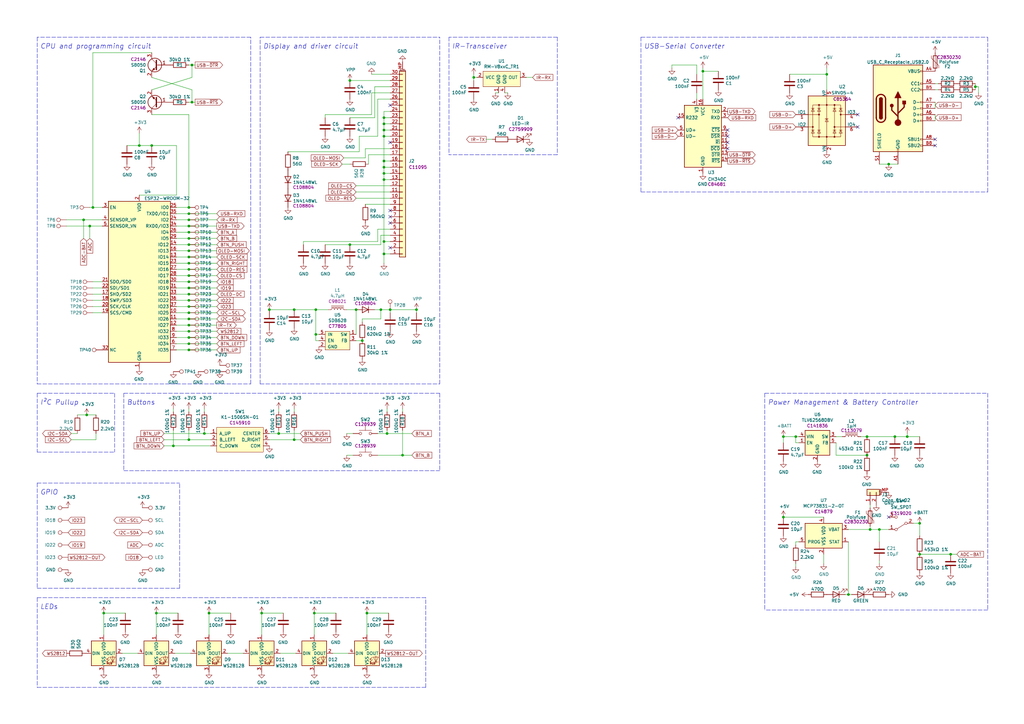
<source format=kicad_sch>
(kicad_sch (version 20211123) (generator eeschema)
  (paper "A3")
  (title_block (title "Jugendhackt Badge Display") (date "2022-08-26") (rev "v0.0") (company "Caffeinated Labs") (comment 1 "caffeinated-labs.org"))
  (junction (at 83.82 177.8))
  (junction (at 77.47 143.51))
  (junction (at 288.29 29.21))
  (junction (at 78.74 41.91))
  (junction (at 77.47 130.81))
  (junction (at 367.03 179.07))
  (junction (at 157.48 71.12))
  (junction (at 34.29 90.17))
  (junction (at 148.59 139.7))
  (junction (at 355.6 186.69))
  (junction (at 77.47 118.11))
  (junction (at 77.47 92.71))
  (junction (at 321.31 179.07))
  (junction (at 77.47 110.49))
  (junction (at 321.31 212.09))
  (junction (at 128.905 251.46))
  (junction (at 77.47 128.27))
  (junction (at 372.11 179.07))
  (junction (at 77.47 105.41))
  (junction (at 400.05 35.56))
  (junction (at 77.47 100.33))
  (junction (at 77.47 133.35))
  (junction (at 156.21 127))
  (junction (at 326.39 179.07))
  (junction (at 42.545 251.46))
  (junction (at 77.47 125.73))
  (junction (at 360.68 217.17))
  (junction (at 194.31 31.75))
  (junction (at 355.6 179.07))
  (junction (at 146.05 127))
  (junction (at 77.47 95.25))
  (junction (at 339.09 30.48))
  (junction (at 36.83 92.71))
  (junction (at 35.56 170.18))
  (junction (at 57.15 59.69))
  (junction (at 160.02 127))
  (junction (at 129.54 137.16))
  (junction (at 77.47 180.34))
  (junction (at 143.51 33.02))
  (junction (at 77.47 115.57))
  (junction (at 157.48 66.04))
  (junction (at 78.74 26.67))
  (junction (at 77.47 107.95))
  (junction (at 77.47 135.89))
  (junction (at 157.48 73.66))
  (junction (at 107.315 251.46))
  (junction (at 120.65 180.34))
  (junction (at 157.48 48.26))
  (junction (at 364.49 67.31))
  (junction (at 114.3 177.8))
  (junction (at 157.48 104.14))
  (junction (at 347.98 243.84))
  (junction (at 157.48 68.58))
  (junction (at 110.49 127))
  (junction (at 64.135 251.46))
  (junction (at 77.47 123.19))
  (junction (at 157.48 50.8))
  (junction (at 77.47 140.97))
  (junction (at 62.23 59.69))
  (junction (at 377.19 227.33))
  (junction (at 77.47 102.87))
  (junction (at 38.1 85.09))
  (junction (at 71.12 182.88))
  (junction (at 77.47 85.09))
  (junction (at 170.815 127))
  (junction (at 77.47 120.65))
  (junction (at 356.87 217.17))
  (junction (at 165.1 186.69))
  (junction (at 157.48 99.06))
  (junction (at 77.47 138.43))
  (junction (at 157.48 55.88))
  (junction (at 157.48 53.34))
  (junction (at 143.51 100.33))
  (junction (at 129.54 127))
  (junction (at 77.47 90.17))
  (junction (at 377.19 214.63))
  (junction (at 158.75 177.8))
  (junction (at 77.47 87.63))
  (junction (at 389.89 227.33))
  (junction (at 77.47 113.03))
  (junction (at 77.47 97.79))
  (junction (at 85.725 251.46))
  (junction (at 150.495 251.46))
  (junction (at 120.65 127))
  (no_connect (at 160.02 58.42))
  (no_connect (at 160.02 43.18))
  (no_connect (at 160.02 91.44))
  (no_connect (at 298.45 58.42))
  (no_connect (at 298.45 60.96))
  (no_connect (at 298.45 55.88))
  (no_connect (at 278.13 48.26))
  (no_connect (at 298.45 53.34))
  (no_connect (at 383.54 57.15))
  (no_connect (at 160.02 86.36))
  (no_connect (at 160.02 88.9))
  (no_connect (at 351.79 46.99))
  (no_connect (at 351.79 52.07))
  (no_connect (at 364.49 212.09))
  (no_connect (at 383.54 59.69))
  (no_connect (at 160.02 101.6))
  (wire (pts (xy 150.495 251.46) (xy 150.495 260.35)))
  (wire (pts (xy 383.54 36.83) (xy 384.81 36.83)))
  (wire (pts (xy 83.82 177.8) (xy 86.36 177.8)))
  (wire (pts (xy 285.75 26.67) (xy 275.59 26.67)))
  (wire (pts (xy 321.31 212.09) (xy 337.82 212.09)))
  (wire (pts (xy 120.65 180.34) (xy 123.19 180.34)))
  (wire (pts (xy 72.39 115.57) (xy 77.47 115.57)))
  (wire (pts (xy 400.05 35.56) (xy 400.05 36.83)))
  (wire (pts (xy 72.39 123.19) (xy 77.47 123.19)))
  (polyline (pts (xy 15.24 281.94) (xy 174.625 281.94)))
  (wire (pts (xy 110.49 177.8) (xy 114.3 177.8)))
  (wire (pts (xy 64.135 251.46) (xy 64.135 260.35)))
  (wire (pts (xy 77.47 176.53) (xy 77.47 180.34)))
  (wire (pts (xy 285.75 38.1) (xy 285.75 40.64)))
  (wire (pts (xy 120.65 127) (xy 129.54 127)))
  (wire (pts (xy 194.31 30.48) (xy 194.31 31.75)))
  (wire (pts (xy 148.59 139.7) (xy 146.05 139.7)))
  (wire (pts (xy 157.48 48.26) (xy 157.48 50.8)))
  (wire (pts (xy 72.39 113.03) (xy 77.47 113.03)))
  (wire (pts (xy 107.315 251.46) (xy 116.205 251.46)))
  (wire (pts (xy 157.48 99.06) (xy 160.02 99.06)))
  (wire (pts (xy 110.49 127) (xy 120.65 127)))
  (wire (pts (xy 72.39 59.69) (xy 72.39 80.01)))
  (wire (pts (xy 77.47 95.25) (xy 88.9 95.25)))
  (wire (pts (xy 157.48 68.58) (xy 160.02 68.58)))
  (wire (pts (xy 326.39 181.61) (xy 327.66 181.61)))
  (polyline (pts (xy 15.24 157.48) (xy 102.87 157.48)))
  (wire (pts (xy 77.47 115.57) (xy 88.9 115.57)))
  (polyline (pts (xy 313.69 161.29) (xy 313.69 250.19)))
  (polyline (pts (xy 15.24 245.11) (xy 15.24 281.94)))
  (wire (pts (xy 143.51 48.26) (xy 153.67 48.26)))
  (wire (pts (xy 85.725 251.46) (xy 94.615 251.46)))
  (polyline (pts (xy 106.68 157.48) (xy 106.68 15.24)))
  (wire (pts (xy 77.47 46.99) (xy 77.47 85.09)))
  (wire (pts (xy 78.74 31.75) (xy 78.74 26.67)))
  (wire (pts (xy 157.48 55.88) (xy 157.48 66.04)))
  (wire (pts (xy 71.12 176.53) (xy 71.12 182.88)))
  (wire (pts (xy 72.39 128.27) (xy 77.47 128.27)))
  (polyline (pts (xy 15.24 15.24) (xy 15.24 157.48)))
  (wire (pts (xy 27.305 90.17) (xy 34.29 90.17)))
  (wire (pts (xy 114.935 267.97) (xy 121.285 267.97)))
  (wire (pts (xy 72.39 125.73) (xy 77.47 125.73)))
  (wire (pts (xy 153.67 35.56) (xy 153.67 48.26)))
  (wire (pts (xy 160.02 96.52) (xy 156.21 96.52)))
  (wire (pts (xy 160.02 55.88) (xy 157.48 55.88)))
  (wire (pts (xy 62.23 59.69) (xy 72.39 59.69)))
  (wire (pts (xy 158.75 176.53) (xy 158.75 177.8)))
  (wire (pts (xy 38.1 21.59) (xy 62.23 21.59)))
  (wire (pts (xy 142.24 186.69) (xy 144.78 186.69)))
  (wire (pts (xy 83.82 168.91) (xy 83.82 167.64)))
  (wire (pts (xy 157.48 71.12) (xy 157.48 73.66)))
  (wire (pts (xy 134.62 127) (xy 129.54 127)))
  (polyline (pts (xy 50.8 193.04) (xy 180.34 193.04)))
  (wire (pts (xy 110.49 127.635) (xy 110.49 127)))
  (wire (pts (xy 152.4 38.1) (xy 160.02 38.1)))
  (wire (pts (xy 67.31 177.8) (xy 83.82 177.8)))
  (wire (pts (xy 327.66 179.07) (xy 326.39 179.07)))
  (wire (pts (xy 372.11 179.07) (xy 377.19 179.07)))
  (wire (pts (xy 57.15 54.61) (xy 57.15 59.69)))
  (wire (pts (xy 157.48 53.34) (xy 160.02 53.34)))
  (wire (pts (xy 118.11 62.23) (xy 147.32 62.23)))
  (wire (pts (xy 326.39 232.41) (xy 326.39 231.14)))
  (polyline (pts (xy 405.13 78.74) (xy 405.13 15.24)))
  (wire (pts (xy 143.51 33.02) (xy 160.02 33.02)))
  (wire (pts (xy 360.68 231.14) (xy 360.68 229.87)))
  (wire (pts (xy 31.75 170.18) (xy 35.56 170.18)))
  (wire (pts (xy 38.1 125.73) (xy 41.91 125.73)))
  (wire (pts (xy 157.48 55.88) (xy 157.48 53.34)))
  (wire (pts (xy 288.29 40.64) (xy 288.29 29.21)))
  (wire (pts (xy 156.21 96.52) (xy 156.21 100.33)))
  (wire (pts (xy 151.13 67.31) (xy 151.13 63.5)))
  (wire (pts (xy 77.47 180.34) (xy 67.31 180.34)))
  (wire (pts (xy 285.75 30.48) (xy 285.75 26.67)))
  (wire (pts (xy 77.47 128.27) (xy 88.9 128.27)))
  (wire (pts (xy 77.47 100.33) (xy 88.9 100.33)))
  (wire (pts (xy 62.23 36.83) (xy 78.74 31.75)))
  (wire (pts (xy 160.02 71.12) (xy 157.48 71.12)))
  (wire (pts (xy 77.47 110.49) (xy 88.9 110.49)))
  (wire (pts (xy 194.31 33.02) (xy 194.31 31.75)))
  (wire (pts (xy 146.05 78.74) (xy 160.02 78.74)))
  (wire (pts (xy 77.47 168.91) (xy 77.47 167.64)))
  (wire (pts (xy 360.68 217.17) (xy 360.68 222.25)))
  (wire (pts (xy 77.47 118.11) (xy 88.9 118.11)))
  (wire (pts (xy 72.39 133.35) (xy 77.47 133.35)))
  (wire (pts (xy 194.31 31.75) (xy 195.58 31.75)))
  (wire (pts (xy 150.495 251.46) (xy 159.385 251.46)))
  (wire (pts (xy 130.81 137.16) (xy 129.54 137.16)))
  (wire (pts (xy 384.81 34.29) (xy 383.54 34.29)))
  (polyline (pts (xy 106.68 157.48) (xy 180.34 157.48)))
  (polyline (pts (xy 184.15 15.24) (xy 184.15 63.5)))
  (wire (pts (xy 374.65 214.63) (xy 377.19 214.63)))
  (wire (pts (xy 77.47 41.91) (xy 78.74 41.91)))
  (wire (pts (xy 38.1 128.27) (xy 41.91 128.27)))
  (wire (pts (xy 34.29 90.17) (xy 34.29 97.79)))
  (wire (pts (xy 148.59 130.81) (xy 156.21 130.81)))
  (wire (pts (xy 154.94 40.64) (xy 160.02 40.64)))
  (wire (pts (xy 57.15 59.69) (xy 62.23 59.69)))
  (wire (pts (xy 356.87 215.9) (xy 356.87 217.17)))
  (wire (pts (xy 160.02 127) (xy 170.815 127)))
  (wire (pts (xy 342.9 186.69) (xy 355.6 186.69)))
  (wire (pts (xy 38.1 123.19) (xy 41.91 123.19)))
  (wire (pts (xy 147.32 62.23) (xy 147.32 55.88)))
  (polyline (pts (xy 15.24 241.3) (xy 73.66 241.3)))
  (wire (pts (xy 160.02 127) (xy 160.02 128.27)))
  (wire (pts (xy 128.905 251.46) (xy 128.905 260.35)))
  (wire (pts (xy 342.9 179.07) (xy 345.44 179.07)))
  (wire (pts (xy 36.83 85.09) (xy 38.1 85.09)))
  (polyline (pts (xy 262.89 15.24) (xy 262.89 78.74)))
  (wire (pts (xy 93.345 267.97) (xy 99.695 267.97)))
  (polyline (pts (xy 180.34 161.29) (xy 180.34 193.04)))
  (wire (pts (xy 152.4 46.99) (xy 152.4 38.1)))
  (wire (pts (xy 77.47 107.95) (xy 88.9 107.95)))
  (wire (pts (xy 124.46 99.06) (xy 154.94 99.06)))
  (wire (pts (xy 142.24 127) (xy 146.05 127)))
  (wire (pts (xy 356.87 217.17) (xy 360.68 217.17)))
  (wire (pts (xy 77.47 140.97) (xy 88.9 140.97)))
  (wire (pts (xy 156.21 130.81) (xy 156.21 127)))
  (wire (pts (xy 72.39 130.81) (xy 77.47 130.81)))
  (wire (pts (xy 355.6 179.07) (xy 367.03 179.07)))
  (wire (pts (xy 62.23 46.99) (xy 77.47 46.99)))
  (wire (pts (xy 114.3 168.91) (xy 114.3 167.64)))
  (wire (pts (xy 157.48 73.66) (xy 157.48 99.06)))
  (wire (pts (xy 72.39 87.63) (xy 77.47 87.63)))
  (polyline (pts (xy 15.24 161.29) (xy 15.24 185.42)))
  (polyline (pts (xy 228.6 15.24) (xy 228.6 63.5)))
  (wire (pts (xy 77.47 113.03) (xy 88.9 113.03)))
  (wire (pts (xy 41.91 85.09) (xy 38.1 85.09)))
  (wire (pts (xy 157.48 48.26) (xy 160.02 48.26)))
  (wire (pts (xy 39.37 180.34) (xy 39.37 177.8)))
  (wire (pts (xy 77.47 120.65) (xy 88.9 120.65)))
  (wire (pts (xy 326.39 222.25) (xy 326.39 223.52)))
  (wire (pts (xy 72.39 100.33) (xy 77.47 100.33)))
  (wire (pts (xy 157.48 66.04) (xy 157.48 68.58)))
  (wire (pts (xy 199.39 57.15) (xy 201.93 57.15)))
  (wire (pts (xy 377.19 227.33) (xy 389.89 227.33)))
  (wire (pts (xy 346.71 243.84) (xy 347.98 243.84)))
  (wire (pts (xy 124.46 99.06) (xy 124.46 100.33)))
  (wire (pts (xy 157.48 53.34) (xy 157.48 50.8)))
  (wire (pts (xy 29.21 180.34) (xy 39.37 180.34)))
  (polyline (pts (xy 106.68 15.24) (xy 180.34 15.24)))
  (wire (pts (xy 71.12 168.91) (xy 71.12 167.64)))
  (wire (pts (xy 72.39 95.25) (xy 77.47 95.25)))
  (wire (pts (xy 78.74 41.91) (xy 80.01 41.91)))
  (wire (pts (xy 129.54 127) (xy 129.54 137.16)))
  (wire (pts (xy 160.02 60.96) (xy 149.86 60.96)))
  (wire (pts (xy 78.74 36.83) (xy 62.23 31.75)))
  (wire (pts (xy 35.56 170.18) (xy 39.37 170.18)))
  (wire (pts (xy 146.05 127) (xy 146.05 137.16)))
  (wire (pts (xy 160.02 81.28) (xy 146.05 81.28)))
  (wire (pts (xy 72.39 107.95) (xy 77.47 107.95)))
  (wire (pts (xy 160.02 73.66) (xy 157.48 73.66)))
  (polyline (pts (xy 405.13 161.29) (xy 405.13 250.19)))
  (wire (pts (xy 401.32 35.56) (xy 400.05 35.56)))
  (polyline (pts (xy 262.89 78.74) (xy 405.13 78.74)))
  (wire (pts (xy 72.39 135.89) (xy 77.47 135.89)))
  (wire (pts (xy 72.39 138.43) (xy 77.47 138.43)))
  (wire (pts (xy 157.48 66.04) (xy 160.02 66.04)))
  (wire (pts (xy 157.48 68.58) (xy 157.48 71.12)))
  (wire (pts (xy 38.1 21.59) (xy 38.1 85.09)))
  (wire (pts (xy 140.335 67.31) (xy 143.51 67.31)))
  (wire (pts (xy 42.545 251.46) (xy 42.545 260.35)))
  (wire (pts (xy 327.66 222.25) (xy 326.39 222.25)))
  (wire (pts (xy 77.47 90.17) (xy 88.9 90.17)))
  (wire (pts (xy 86.36 180.34) (xy 77.47 180.34)))
  (wire (pts (xy 323.85 30.48) (xy 339.09 30.48)))
  (polyline (pts (xy 15.24 185.42) (xy 46.99 185.42)))
  (wire (pts (xy 129.54 137.16) (xy 129.54 139.7)))
  (wire (pts (xy 142.24 177.8) (xy 144.78 177.8)))
  (wire (pts (xy 77.47 143.51) (xy 88.9 143.51)))
  (wire (pts (xy 156.21 127) (xy 160.02 127)))
  (wire (pts (xy 38.1 118.11) (xy 41.91 118.11)))
  (wire (pts (xy 157.48 99.06) (xy 157.48 104.14)))
  (wire (pts (xy 160.02 104.14) (xy 157.48 104.14)))
  (wire (pts (xy 29.21 177.8) (xy 31.75 177.8)))
  (wire (pts (xy 160.02 35.56) (xy 153.67 35.56)))
  (polyline (pts (xy 15.24 161.29) (xy 46.99 161.29)))
  (wire (pts (xy 147.32 55.88) (xy 154.94 55.88)))
  (wire (pts (xy 72.39 120.65) (xy 77.47 120.65)))
  (wire (pts (xy 72.39 140.97) (xy 77.47 140.97)))
  (wire (pts (xy 72.39 118.11) (xy 77.47 118.11)))
  (wire (pts (xy 157.48 107.95) (xy 157.48 104.14)))
  (wire (pts (xy 149.86 83.82) (xy 160.02 83.82)))
  (polyline (pts (xy 15.24 198.12) (xy 73.66 198.12)))
  (wire (pts (xy 120.65 176.53) (xy 120.65 180.34)))
  (wire (pts (xy 347.98 217.17) (xy 356.87 217.17)))
  (wire (pts (xy 154.94 186.69) (xy 165.1 186.69)))
  (polyline (pts (xy 228.6 15.24) (xy 184.15 15.24)))
  (wire (pts (xy 326.39 181.61) (xy 326.39 179.07)))
  (wire (pts (xy 157.48 50.8) (xy 160.02 50.8)))
  (polyline (pts (xy 50.8 161.29) (xy 50.8 193.04)))
  (wire (pts (xy 356.87 207.01) (xy 356.87 208.28)))
  (wire (pts (xy 158.75 177.8) (xy 168.91 177.8)))
  (wire (pts (xy 72.39 102.87) (xy 77.47 102.87)))
  (wire (pts (xy 72.39 85.09) (xy 77.47 85.09)))
  (wire (pts (xy 72.39 105.41) (xy 77.47 105.41)))
  (wire (pts (xy 120.65 168.91) (xy 120.65 167.64)))
  (wire (pts (xy 38.1 120.65) (xy 41.91 120.65)))
  (wire (pts (xy 77.47 87.63) (xy 88.9 87.63)))
  (wire (pts (xy 339.09 30.48) (xy 339.09 36.83)))
  (polyline (pts (xy 405.13 250.19) (xy 313.69 250.19)))
  (wire (pts (xy 154.94 99.06) (xy 154.94 93.98)))
  (wire (pts (xy 339.09 27.94) (xy 339.09 30.48)))
  (wire (pts (xy 34.29 90.17) (xy 41.91 90.17)))
  (wire (pts (xy 152.4 30.48) (xy 160.02 30.48)))
  (wire (pts (xy 207.01 38.1) (xy 208.28 38.1)))
  (wire (pts (xy 136.525 267.97) (xy 142.875 267.97)))
  (wire (pts (xy 72.39 92.71) (xy 77.47 92.71)))
  (polyline (pts (xy 102.87 157.48) (xy 102.87 15.24)))
  (wire (pts (xy 215.9 31.75) (xy 218.44 31.75)))
  (wire (pts (xy 400.05 34.29) (xy 400.05 35.56)))
  (wire (pts (xy 133.35 48.26) (xy 133.35 46.99)))
  (wire (pts (xy 52.07 59.69) (xy 57.15 59.69)))
  (wire (pts (xy 78.74 41.91) (xy 78.74 36.83)))
  (wire (pts (xy 77.47 135.89) (xy 88.9 135.89)))
  (wire (pts (xy 77.47 125.73) (xy 88.9 125.73)))
  (polyline (pts (xy 262.89 15.24) (xy 405.13 15.24)))
  (wire (pts (xy 77.47 97.79) (xy 88.9 97.79)))
  (wire (pts (xy 38.1 115.57) (xy 41.91 115.57)))
  (wire (pts (xy 57.15 80.01) (xy 72.39 80.01)))
  (wire (pts (xy 77.47 138.43) (xy 88.9 138.43)))
  (wire (pts (xy 165.1 186.69) (xy 168.91 186.69)))
  (wire (pts (xy 321.31 179.07) (xy 321.31 181.61)))
  (wire (pts (xy 71.755 267.97) (xy 78.105 267.97)))
  (wire (pts (xy 36.83 92.71) (xy 36.83 97.79)))
  (wire (pts (xy 72.39 143.51) (xy 77.47 143.51)))
  (wire (pts (xy 27.305 92.71) (xy 36.83 92.71)))
  (wire (pts (xy 288.29 27.94) (xy 288.29 29.21)))
  (polyline (pts (xy 73.66 241.3) (xy 73.66 198.12)))
  (wire (pts (xy 110.49 180.34) (xy 120.65 180.34)))
  (wire (pts (xy 157.48 45.72) (xy 157.48 48.26)))
  (wire (pts (xy 154.94 177.8) (xy 158.75 177.8)))
  (polyline (pts (xy 50.8 161.29) (xy 180.34 161.29)))
  (wire (pts (xy 36.83 92.71) (xy 41.91 92.71)))
  (wire (pts (xy 158.75 167.64) (xy 158.75 168.91)))
  (wire (pts (xy 64.135 251.46) (xy 73.025 251.46)))
  (wire (pts (xy 129.54 139.7) (xy 130.81 139.7)))
  (wire (pts (xy 170.815 127) (xy 170.815 128.27)))
  (polyline (pts (xy 174.625 281.94) (xy 174.625 245.11)))
  (wire (pts (xy 140.97 64.77) (xy 149.86 64.77)))
  (wire (pts (xy 107.315 251.46) (xy 107.315 260.35)))
  (wire (pts (xy 77.47 130.81) (xy 88.9 130.81)))
  (wire (pts (xy 77.47 133.35) (xy 88.9 133.35)))
  (wire (pts (xy 372.11 177.8) (xy 372.11 179.07)))
  (wire (pts (xy 67.31 182.88) (xy 71.12 182.88)))
  (wire (pts (xy 77.47 123.19) (xy 88.9 123.19)))
  (wire (pts (xy 50.165 267.97) (xy 56.515 267.97)))
  (wire (pts (xy 160.02 76.2) (xy 146.05 76.2)))
  (wire (pts (xy 85.725 251.46) (xy 85.725 260.35)))
  (wire (pts (xy 389.89 227.33) (xy 392.43 227.33)))
  (polyline (pts (xy 180.34 157.48) (xy 180.34 15.24)))
  (wire (pts (xy 77.47 105.41) (xy 88.9 105.41)))
  (wire (pts (xy 72.39 97.79) (xy 77.47 97.79)))
  (wire (pts (xy 156.21 100.33) (xy 143.51 100.33)))
  (polyline (pts (xy 102.87 15.24) (xy 15.24 15.24)))
  (wire (pts (xy 148.59 130.81) (xy 148.59 132.08)))
  (wire (pts (xy 367.03 179.07) (xy 372.11 179.07)))
  (wire (pts (xy 321.31 179.07) (xy 326.39 179.07)))
  (wire (pts (xy 114.3 177.8) (xy 123.19 177.8)))
  (polyline (pts (xy 15.24 245.11) (xy 174.625 245.11)))
  (wire (pts (xy 377.19 214.63) (xy 377.19 219.71)))
  (wire (pts (xy 77.47 102.87) (xy 88.9 102.87)))
  (wire (pts (xy 153.67 127) (xy 156.21 127)))
  (wire (pts (xy 154.94 55.88) (xy 154.94 40.64)))
  (polyline (pts (xy 228.6 63.5) (xy 184.15 63.5)))
  (wire (pts (xy 78.74 26.67) (xy 80.01 26.67)))
  (polyline (pts (xy 313.69 161.29) (xy 405.13 161.29)))
  (wire (pts (xy 347.98 222.25) (xy 347.98 243.84)))
  (wire (pts (xy 151.13 63.5) (xy 160.02 63.5)))
  (wire (pts (xy 114.3 176.53) (xy 114.3 177.8)))
  (wire (pts (xy 77.47 92.71) (xy 88.9 92.71)))
  (wire (pts (xy 149.86 60.96) (xy 149.86 64.77)))
  (wire (pts (xy 342.9 181.61) (xy 342.9 186.69)))
  (wire (pts (xy 72.39 90.17) (xy 77.47 90.17)))
  (wire (pts (xy 203.2 38.1) (xy 204.47 38.1)))
  (wire (pts (xy 133.35 46.99) (xy 152.4 46.99)))
  (wire (pts (xy 128.905 251.46) (xy 137.795 251.46)))
  (wire (pts (xy 401.32 38.1) (xy 401.32 35.56)))
  (wire (pts (xy 133.35 100.33) (xy 143.51 100.33)))
  (wire (pts (xy 77.47 26.67) (xy 78.74 26.67)))
  (wire (pts (xy 360.68 67.31) (xy 364.49 67.31)))
  (wire (pts (xy 347.98 243.84) (xy 349.25 243.84)))
  (wire (pts (xy 71.12 182.88) (xy 86.36 182.88)))
  (wire (pts (xy 275.59 26.67) (xy 275.59 27.94)))
  (wire (pts (xy 160.02 93.98) (xy 154.94 93.98)))
  (wire (pts (xy 337.82 227.33) (xy 337.82 231.14)))
  (wire (pts (xy 83.82 176.53) (xy 83.82 177.8)))
  (wire (pts (xy 360.68 217.17) (xy 364.49 217.17)))
  (wire (pts (xy 294.64 29.21) (xy 288.29 29.21)))
  (wire (pts (xy 364.49 67.31) (xy 368.3 67.31)))
  (wire (pts (xy 42.545 251.46) (xy 51.435 251.46)))
  (wire (pts (xy 72.39 110.49) (xy 77.47 110.49)))
  (wire (pts (xy 353.06 179.07) (xy 355.6 179.07)))
  (polyline (pts (xy 46.99 161.29) (xy 46.99 185.42)))
  (wire (pts (xy 160.02 45.72) (xy 157.48 45.72)))
  (wire (pts (xy 165.1 176.53) (xy 165.1 186.69)))
  (wire (pts (xy 383.54 46.99) (xy 383.54 49.53)))
  (wire (pts (xy 383.54 41.91) (xy 383.54 44.45)))
  (wire (pts (xy 165.1 167.64) (xy 165.1 168.91)))
  (polyline (pts (xy 15.24 198.12) (xy 15.24 241.3)))
  (text "Power Management & Battery Controller" (at 314.96 166.37 0) (effects (font (size 2 2) italic) (justify left bottom)))
  (text "GPIO" (at 16.51 203.2 0) (effects (font (size 2 2) italic) (justify left bottom)))
  (text "USB-Serial Converter" (at 264.16 20.32 0) (effects (font (size 2 2) italic) (justify left bottom)))
  (text "CPU and programming circuit" (at 16.51 20.32 0) (effects (font (size 2 2) italic) (justify left bottom)))
  (text "IR-Transceiver" (at 185.42 20.32 0) (effects (font (size 2 2) italic) (justify left bottom)))
  (text "I²C Pullup" (at 16.51 166.37 0) (effects (font (size 2 2) italic) (justify left bottom)))
  (text "Buttons" (at 52.07 166.37 0) (effects (font (size 2 2) italic) (justify left bottom)))
  (text "Display and driver circuit" (at 107.95 20.32 0) (effects (font (size 2 2) italic) (justify left bottom)))
  (text "LEDs" (at 16.51 250.19 0) (effects (font (size 2 2) italic) (justify left bottom)))
  (global_label "BTN_LEFT" (shape input) (at 88.9 140.97 0) (property "Intersheet References" "${INTERSHEET_REFS}" (effects hide)))
  (global_label "BTN_PUSH" (shape input) (at 88.9 100.33 0) (property "Intersheet References" "${INTERSHEET_REFS}" (effects hide)))
  (global_label "WS2812-OUT" (shape output) (at 27.94 228.6 0) (property "Intersheet References" "${INTERSHEET_REFS}" (effects hide)))
  (global_label "ADC-BAT" (shape input) (at 34.29 97.79 270) (property "Intersheet References" "${INTERSHEET_REFS}" (effects hide)))
  (global_label "USB-~{RTS}" (shape output) (at 298.45 66.04 0) (property "Intersheet References" "${INTERSHEET_REFS}" (effects hide)))
  (global_label "USB-D-" (shape input) (at 383.54 43.18 0) (property "Intersheet References" "${INTERSHEET_REFS}" (effects hide)))
  (global_label "BTN_PUSH" (shape input) (at 123.19 177.8 0) (property "Intersheet References" "${INTERSHEET_REFS}" (effects hide)))
  (global_label "BTN_B" (shape input) (at 168.91 186.69 0) (property "Intersheet References" "${INTERSHEET_REFS}" (effects hide)))
  (global_label "IO19" (shape input) (at 27.94 223.52 0) (property "Intersheet References" "${INTERSHEET_REFS}" (effects hide)))
  (global_label "USB-D+" (shape input) (at 383.54 48.26 0) (property "Intersheet References" "${INTERSHEET_REFS}" (effects hide)))
  (global_label "BTN_B" (shape input) (at 88.9 97.79 0) (property "Intersheet References" "${INTERSHEET_REFS}" (effects hide)))
  (global_label "I2C-SCL" (shape bidirectional) (at 58.42 213.36 180) (property "Intersheet References" "${INTERSHEET_REFS}" (effects hide)))
  (global_label "BTN_DOWN" (shape input) (at 67.31 182.88 180) (property "Intersheet References" "${INTERSHEET_REFS}" (effects hide)))
  (global_label "OLED-RES" (shape input) (at 146.05 81.28 180) (property "Intersheet References" "${INTERSHEET_REFS}" (effects hide)))
  (global_label "OLED-MOSI" (shape input) (at 140.97 64.77 180) (property "Intersheet References" "${INTERSHEET_REFS}" (effects hide)))
  (global_label "BTN_A" (shape input) (at 168.91 177.8 0) (property "Intersheet References" "${INTERSHEET_REFS}" (effects hide)))
  (global_label "OLED-DC" (shape input) (at 146.05 78.74 180) (property "Intersheet References" "${INTERSHEET_REFS}" (effects hide)))
  (global_label "OLED-CS" (shape input) (at 88.9 113.03 0) (property "Intersheet References" "${INTERSHEET_REFS}" (effects hide)))
  (global_label "OLED-CS" (shape input) (at 146.05 76.2 180) (property "Intersheet References" "${INTERSHEET_REFS}" (effects hide)))
  (global_label "IO18" (shape input) (at 88.9 115.57 0) (property "Intersheet References" "${INTERSHEET_REFS}" (effects hide)))
  (global_label "I2C-SCL" (shape input) (at 29.21 180.34 180) (property "Intersheet References" "${INTERSHEET_REFS}" (effects hide)))
  (global_label "IO22" (shape input) (at 27.94 218.44 0) (property "Intersheet References" "${INTERSHEET_REFS}" (effects hide)))
  (global_label "ADC" (shape input) (at 36.83 97.79 270) (property "Intersheet References" "${INTERSHEET_REFS}" (effects hide)))
  (global_label "I2C-SCL" (shape bidirectional) (at 88.9 128.27 0) (property "Intersheet References" "${INTERSHEET_REFS}" (effects hide)))
  (global_label "USB-RXD" (shape input) (at 298.45 48.26 0) (property "Intersheet References" "${INTERSHEET_REFS}" (effects hide)))
  (global_label "BTN_DOWN" (shape input) (at 88.9 138.43 0) (property "Intersheet References" "${INTERSHEET_REFS}" (effects hide)))
  (global_label "USB-TXD" (shape output) (at 88.9 92.71 0) (property "Intersheet References" "${INTERSHEET_REFS}" (effects hide)))
  (global_label "WS2812" (shape output) (at 27.305 267.97 180) (property "Intersheet References" "${INTERSHEET_REFS}" (effects hide)))
  (global_label "USB-D-" (shape input) (at 278.13 55.88 180) (property "Intersheet References" "${INTERSHEET_REFS}" (effects hide)))
  (global_label "IO23" (shape input) (at 88.9 125.73 0) (property "Intersheet References" "${INTERSHEET_REFS}" (effects hide)))
  (global_label "USB-D+" (shape input) (at 326.39 52.07 180) (property "Intersheet References" "${INTERSHEET_REFS}" (effects hide)))
  (global_label "IR-TX" (shape output) (at 199.39 57.15 180) (property "Intersheet References" "${INTERSHEET_REFS}" (effects hide)))
  (global_label "ADC-BAT" (shape input) (at 392.43 227.33 0) (property "Intersheet References" "${INTERSHEET_REFS}" (effects hide)))
  (global_label "USB-TXD" (shape output) (at 298.45 45.72 0) (property "Intersheet References" "${INTERSHEET_REFS}" (effects hide)))
  (global_label "BTN_UP" (shape input) (at 88.9 143.51 0) (property "Intersheet References" "${INTERSHEET_REFS}" (effects hide)))
  (global_label "USB-~{DTR}" (shape output) (at 80.01 26.67 0) (property "Intersheet References" "${INTERSHEET_REFS}" (effects hide)))
  (global_label "OLED-RES" (shape input) (at 88.9 110.49 0) (property "Intersheet References" "${INTERSHEET_REFS}" (effects hide)))
  (global_label "USB-RXD" (shape input) (at 88.9 87.63 0) (property "Intersheet References" "${INTERSHEET_REFS}" (effects hide)))
  (global_label "USB-D-" (shape input) (at 326.39 46.99 180) (property "Intersheet References" "${INTERSHEET_REFS}" (effects hide)))
  (global_label "USB-D+" (shape input) (at 278.13 53.34 180) (property "Intersheet References" "${INTERSHEET_REFS}" (effects hide)))
  (global_label "USB-~{DTR}" (shape output) (at 298.45 63.5 0) (property "Intersheet References" "${INTERSHEET_REFS}" (effects hide)))
  (global_label "IO19" (shape input) (at 88.9 118.11 0) (property "Intersheet References" "${INTERSHEET_REFS}" (effects hide)))
  (global_label "OLED-SCK" (shape input) (at 140.335 67.31 180) (property "Intersheet References" "${INTERSHEET_REFS}" (effects hide)))
  (global_label "BTN_A" (shape input) (at 88.9 95.25 0) (property "Intersheet References" "${INTERSHEET_REFS}" (effects hide)))
  (global_label "OLED-MOSI" (shape output) (at 88.9 102.87 0) (property "Intersheet References" "${INTERSHEET_REFS}" (effects hide)))
  (global_label "I2C-SDA" (shape bidirectional) (at 58.42 218.44 180) (property "Intersheet References" "${INTERSHEET_REFS}" (effects hide)))
  (global_label "IR-TX" (shape output) (at 88.9 133.35 0) (property "Intersheet References" "${INTERSHEET_REFS}" (effects hide)))
  (global_label "WS2812-OUT" (shape output) (at 158.115 267.97 0) (property "Intersheet References" "${INTERSHEET_REFS}" (effects hide)))
  (global_label "OLED-DC" (shape input) (at 88.9 120.65 0) (property "Intersheet References" "${INTERSHEET_REFS}" (effects hide)))
  (global_label "BTN_LEFT" (shape input) (at 67.31 180.34 180) (property "Intersheet References" "${INTERSHEET_REFS}" (effects hide)))
  (global_label "IO18" (shape input) (at 58.42 228.6 180) (property "Intersheet References" "${INTERSHEET_REFS}" (effects hide)))
  (global_label "OLED-SCK" (shape input) (at 88.9 105.41 0) (property "Intersheet References" "${INTERSHEET_REFS}" (effects hide)))
  (global_label "USB-~{RTS}" (shape output) (at 80.01 41.91 0) (property "Intersheet References" "${INTERSHEET_REFS}" (effects hide)))
  (global_label "IR-RX" (shape input) (at 218.44 31.75 0) (property "Intersheet References" "${INTERSHEET_REFS}" (effects hide)))
  (global_label "IR-RX" (shape input) (at 88.9 90.17 0) (property "Intersheet References" "${INTERSHEET_REFS}" (effects hide)))
  (global_label "ADC" (shape input) (at 58.42 223.52 180) (property "Intersheet References" "${INTERSHEET_REFS}" (effects hide)))
  (global_label "BTN_RIGHT" (shape input) (at 88.9 107.95 0) (property "Intersheet References" "${INTERSHEET_REFS}" (effects hide)))
  (global_label "I2C-SDA" (shape bidirectional) (at 88.9 130.81 0) (property "Intersheet References" "${INTERSHEET_REFS}" (effects hide)))
  (global_label "BTN_UP" (shape input) (at 67.31 177.8 180) (property "Intersheet References" "${INTERSHEET_REFS}" (effects hide)))
  (global_label "BTN_RIGHT" (shape input) (at 123.19 180.34 0) (property "Intersheet References" "${INTERSHEET_REFS}" (effects hide)))
  (global_label "IO22" (shape input) (at 88.9 123.19 0) (property "Intersheet References" "${INTERSHEET_REFS}" (effects hide)))
  (global_label "WS2812" (shape input) (at 88.9 135.89 0) (property "Intersheet References" "${INTERSHEET_REFS}" (effects hide)))
  (global_label "IO23" (shape input) (at 27.94 213.36 0) (property "Intersheet References" "${INTERSHEET_REFS}" (effects hide)))
  (global_label "I2C-SDA" (shape bidirectional) (at 29.21 177.8 180) (property "Intersheet References" "${INTERSHEET_REFS}" (effects hide)))
  (symbol (lib_id "power:GND") (at 288.29 71.12 0) (mirror y) (unit 1)
    (property "Reference" "#PWR024" (effects hide))
    (property "Value" "GND" (at 288.163 75.5142 0))
  )
  (symbol (lib_id "power:GND") (at 339.09 62.23 0) (unit 1)
    (property "Reference" "#PWR020" (effects hide))
    (property "Value" "GND" (at 339.217 66.6242 0))
  )
  (symbol (lib_id "Interface_USB:CH340C") (at 288.29 55.88 0) (unit 1)
    (property "Reference" "U3" (at 290.3094 70.7295 0) (effects (justify left)))
    (property "Value" "CH340C" (at 290.3094 73.5046 0) (effects (justify left)))
    (property "Footprint" "Package_SO:SOIC-16_3.9x9.9mm_P1.27mm" (effects hide))
    (property "Datasheet" "https://datasheet.lcsc.com/szlcsc/Jiangsu-Qin-Heng-CH340C_C84681.pdf" (effects hide))
    (property "LCSC" "C84681" (at 294.005 75.565 0))
  )
  (symbol (lib_id "Device:C") (at 360.68 226.06 0) (unit 1)
    (property "Reference" "C21" (at 363.601 224.8916 0) (effects (justify left)))
    (property "Value" "10µF" (at 363.601 227.203 0) (effects (justify left)))
    (property "Footprint" "Capacitor_SMD:C_0603_1608Metric" (effects hide))
    (property "LCSC" "C19702" (effects hide))
  )
  (symbol (lib_id "Teebeutel_Special_Parts:S8050-J3Y") (at 64.77 26.67 0) (mirror y) (unit 1)
    (property "Reference" "Q1" (at 59.9186 28.9814 0) (effects (justify left)))
    (property "Value" "S8050" (at 59.9186 26.67 0) (effects (justify left)))
    (property "Footprint" "Package_TO_SOT_SMD:SOT-23" (effects hide))
    (property "Datasheet" "http://www.unisonic.com.tw/datasheet/S8050.pdf" (effects hide))
    (property "LCSC" "C2146" (at 59.9186 24.3586 0) (effects (justify left)))
  )
  (symbol (lib_id "Device:C") (at 159.385 255.27 0) (mirror y) (unit 1)
    (property "Reference" "C29" (at 156.464 254.1016 0) (effects (justify left)))
    (property "Value" "100nF" (at 156.464 256.413 0) (effects (justify left)))
    (property "Footprint" "Capacitor_SMD:C_0603_1608Metric" (effects hide))
    (property "LCSC" "C14663" (effects hide))
  )
  (symbol (lib_id "Connector:TestPoint") (at 58.42 233.68 270) (unit 1)
    (property "Reference" "IO12" (effects hide))
    (property "Value" "GND" (at 63.5 233.68 90) (effects (justify left)))
    (property "Footprint" "Caffeinated Labs:LabConnector_4mm" (effects hide))
  )
  (symbol (lib_name "R_36") (lib_id "Device:R") (at 158.75 172.72 0) (mirror y) (unit 1)
    (property "Reference" "R17" (at 158.75 172.72 90))
    (property "Value" "100kΩ 1%" (at 156.21 172.72 90))
    (property "Footprint" "Resistor_SMD:R_0603_1608Metric" (effects hide))
    (property "LCSC" "C25803" (effects hide))
  )
  (symbol (lib_name "R_6") (lib_id "Device:R") (at 118.11 66.04 180) (unit 1)
    (property "Reference" "R8" (at 119.888 64.8716 0) (effects (justify right)))
    (property "Value" "56Ω" (at 119.888 67.183 0) (effects (justify right)))
    (property "Footprint" "Resistor_SMD:R_0603_1608Metric" (effects hide))
    (property "LCSC" "C25196" (effects hide))
  )
  (symbol (lib_name "C_6") (lib_id "Device:C") (at 120.65 130.81 0) (unit 1)
    (property "Reference" "C13" (at 123.571 129.6416 0) (effects (justify left)))
    (property "Value" "10µF" (at 123.571 131.953 0) (effects (justify left)))
    (property "Footprint" "Capacitor_SMD:C_0603_1608Metric" (effects hide))
    (property "LCSC" "C19702" (effects hide))
  )
  (symbol (lib_id "Device:R") (at 388.62 34.29 90) (unit 1)
    (property "Reference" "R2" (at 388.62 34.29 90))
    (property "Value" "2.2kΩ" (at 388.62 32.0826 90))
    (property "Footprint" "Resistor_SMD:R_0603_1608Metric" (effects hide))
    (property "LCSC" "C113303" (effects hide))
  )
  (symbol (lib_name "+3.3V_11") (lib_id "power:+3.3V") (at 58.42 208.28 0) (unit 1)
    (property "Reference" "#PWR063" (effects hide))
    (property "Value" "+3.3V" (at 58.801 203.8858 0))
  )
  (symbol (lib_id "Connector:TestPoint") (at 77.47 92.71 270) (unit 1)
    (property "Reference" "TP9" (at 81.915 92.71 90) (effects (justify left)))
    (property "Value" "TestPoint" (effects hide))
    (property "Footprint" "Caffeinated Labs:Test-Pad-1x2mm" (effects hide))
  )
  (symbol (lib_id "Connector:TestPoint") (at 38.1 120.65 90) (unit 1)
    (property "Reference" "TP22" (at 33.655 120.65 90) (effects (justify left)))
    (property "Value" "TestPoint" (effects hide))
    (property "Footprint" "Caffeinated Labs:Test-Pad-1x2mm" (effects hide))
  )
  (symbol (lib_name "R_26") (lib_id "Device:R") (at 147.32 67.31 90) (unit 1)
    (property "Reference" "R28" (at 148.4884 69.088 0) (effects (justify right)))
    (property "Value" "56Ω" (at 146.177 69.088 0) (effects (justify right)))
    (property "Footprint" "Resistor_SMD:R_0603_1608Metric" (effects hide))
    (property "LCSC" "C25196" (effects hide))
  )
  (symbol (lib_id "Device:Polyfuse") (at 356.87 212.09 180) (unit 1)
    (property "Reference" "F1" (at 351.79 210.185 0))
    (property "Value" "Polyfuse" (at 351.1804 212.09 0))
    (property "Footprint" "Fuse:Fuse_0805_2012Metric" (effects hide))
    (property "LCSC" "C2830230" (at 351.155 213.995 0))
  )
  (symbol (lib_id "power:GND") (at 85.725 275.59 0) (unit 1)
    (property "Reference" "#PWR092" (effects hide))
    (property "Value" "GND" (at 85.852 279.9842 0))
  )
  (symbol (lib_id "Device:R") (at 355.6 182.88 0) (mirror y) (unit 1)
    (property "Reference" "R21" (at 353.822 181.7116 0) (effects (justify left)))
    (property "Value" "453kΩ 1%" (at 353.822 184.023 0) (effects (justify left)))
    (property "Footprint" "Resistor_SMD:R_0603_1608Metric" (effects hide))
    (property "LCSC" "C25818" (effects hide))
  )
  (symbol (lib_name "GND_19") (lib_id "power:GND") (at 152.4 30.48 180) (unit 1)
    (property "Reference" "#PWR06" (effects hide))
    (property "Value" "GND" (at 152.273 26.0858 0))
  )
  (symbol (lib_name "+3.3V_4") (lib_id "power:+3.3V") (at 158.75 167.64 0) (unit 1)
    (property "Reference" "#PWR048" (effects hide))
    (property "Value" "+3.3V" (at 159.131 163.2458 0))
  )
  (symbol (lib_id "Device:C") (at 137.795 255.27 0) (mirror y) (unit 1)
    (property "Reference" "C28" (at 134.874 254.1016 0) (effects (justify left)))
    (property "Value" "100nF" (at 134.874 256.413 0) (effects (justify left)))
    (property "Footprint" "Capacitor_SMD:C_0603_1608Metric" (effects hide))
    (property "LCSC" "C14663" (effects hide))
  )
  (symbol (lib_name "GND_14") (lib_id "power:GND") (at 118.11 85.09 0) (unit 1)
    (property "Reference" "#PWR025" (effects hide))
    (property "Value" "GND" (at 118.237 89.4842 0))
  )
  (symbol (lib_id "Connector:TestPoint") (at 71.12 152.4 270) (unit 1)
    (property "Reference" "TP41" (at 75.565 152.4 90) (effects (justify left)))
    (property "Value" "TestPoint" (effects hide))
    (property "Footprint" "Caffeinated Labs:Test-Pad-1x2mm" (effects hide))
  )
  (symbol (lib_id "Device:C") (at 116.205 255.27 0) (mirror y) (unit 1)
    (property "Reference" "C27" (at 113.284 254.1016 0) (effects (justify left)))
    (property "Value" "100nF" (at 113.284 256.413 0) (effects (justify left)))
    (property "Footprint" "Capacitor_SMD:C_0603_1608Metric" (effects hide))
    (property "LCSC" "C14663" (effects hide))
  )
  (symbol (lib_id "Connector:TestPoint") (at 77.47 130.81 270) (unit 1)
    (property "Reference" "TP31" (at 81.915 130.81 90) (effects (justify left)))
    (property "Value" "TestPoint" (effects hide))
    (property "Footprint" "Caffeinated Labs:Test-Pad-1x2mm" (effects hide))
  )
  (symbol (lib_name "R_26") (lib_id "Device:R") (at 31.115 267.97 270) (unit 1)
    (property "Reference" "R30" (at 29.9466 266.192 0) (effects (justify right)))
    (property "Value" "56Ω" (at 32.258 266.192 0) (effects (justify right)))
    (property "Footprint" "Resistor_SMD:R_0603_1608Metric" (effects hide))
    (property "LCSC" "C25196" (effects hide))
  )
  (symbol (lib_name "GND_13") (lib_id "power:GND") (at 27.94 233.68 0) (unit 1)
    (property "Reference" "#PWR070" (effects hide))
    (property "Value" "GND" (at 28.067 238.0742 0))
  )
  (symbol (lib_id "Connector:TestPoint") (at 77.47 135.89 270) (unit 1)
    (property "Reference" "TP33" (at 81.915 135.89 90) (effects (justify left)))
    (property "Value" "TestPoint" (effects hide))
    (property "Footprint" "Caffeinated Labs:Test-Pad-1x2mm" (effects hide))
  )
  (symbol (lib_id "Connector:TestPoint") (at 77.47 143.51 270) (unit 1)
    (property "Reference" "TP36" (at 81.915 143.51 90) (effects (justify left)))
    (property "Value" "TestPoint" (effects hide))
    (property "Footprint" "Caffeinated Labs:Test-Pad-1x2mm" (effects hide))
  )
  (symbol (lib_id "Power_Protection:SRV05-4") (at 339.09 49.53 0) (unit 1)
    (property "Reference" "U2" (at 345.44 35.56 0))
    (property "Value" "SRV05-4" (at 345.44 38.1 0))
    (property "Footprint" "Package_TO_SOT_SMD:SOT-23-6" (effects hide))
    (property "Datasheet" "http://www.onsemi.com/pub/Collateral/SRV05-4-D.PDF" (effects hide))
    (property "LCSC" "C85364" (at 345.44 40.64 0))
  )
  (symbol (lib_id "Connector:TestPoint") (at 38.1 118.11 90) (unit 1)
    (property "Reference" "TP20" (at 33.655 118.11 90) (effects (justify left)))
    (property "Value" "TestPoint" (effects hide))
    (property "Footprint" "Caffeinated Labs:Test-Pad-1x2mm" (effects hide))
  )
  (symbol (lib_name "C_28") (lib_id "Device:C") (at 110.49 131.445 0) (mirror x) (unit 1)
    (property "Reference" "C14" (at 113.411 132.6134 0) (effects (justify left)))
    (property "Value" "10µF" (at 113.411 130.302 0) (effects (justify left)))
    (property "Footprint" "Capacitor_SMD:C_0603_1608Metric" (effects hide))
    (property "LCSC" "C19702" (effects hide))
  )
  (symbol (lib_id "power:+3.3V") (at 107.315 251.46 0) (unit 1)
    (property "Reference" "#PWR080" (effects hide))
    (property "Value" "+3.3V" (at 107.696 247.0658 0))
  )
  (symbol (lib_id "Connector:TestPoint") (at 38.1 128.27 90) (unit 1)
    (property "Reference" "TP29" (at 33.655 128.27 90) (effects (justify left)))
    (property "Value" "TestPoint" (effects hide))
    (property "Footprint" "Caffeinated Labs:Test-Pad-1x2mm" (effects hide))
  )
  (symbol (lib_id "power:+3.3V") (at 64.135 251.46 0) (unit 1)
    (property "Reference" "#PWR077" (effects hide))
    (property "Value" "+3.3V" (at 64.516 247.0658 0))
  )
  (symbol (lib_id "power:+3.3V") (at 85.725 251.46 0) (unit 1)
    (property "Reference" "#PWR078" (effects hide))
    (property "Value" "+3.3V" (at 86.106 247.0658 0))
  )
  (symbol (lib_id "power:GND") (at 71.12 152.4 0) (mirror y) (unit 1)
    (property "Reference" "#PWR0101" (effects hide))
    (property "Value" "GND" (at 70.993 156.7942 0))
  )
  (symbol (lib_id "Device:C") (at 321.31 215.9 0) (unit 1)
    (property "Reference" "C20" (at 324.231 214.7316 0) (effects (justify left)))
    (property "Value" "10µF" (at 324.231 217.043 0) (effects (justify left)))
    (property "Footprint" "Capacitor_SMD:C_0603_1608Metric" (effects hide))
    (property "LCSC" "C19702" (effects hide))
  )
  (symbol (lib_id "power:GND") (at 64.135 275.59 0) (unit 1)
    (property "Reference" "#PWR091" (effects hide))
    (property "Value" "GND" (at 64.262 279.9842 0))
  )
  (symbol (lib_id "Connector:TestPoint") (at 38.1 123.19 90) (unit 1)
    (property "Reference" "TP24" (at 33.655 123.19 90) (effects (justify left)))
    (property "Value" "TestPoint" (effects hide))
    (property "Footprint" "Caffeinated Labs:Test-Pad-1x2mm" (effects hide))
  )
  (symbol (lib_name "C_11") (lib_id "Device:C") (at 133.35 104.14 0) (unit 1)
    (property "Reference" "C11" (at 136.271 102.9716 0) (effects (justify left)))
    (property "Value" "10µF" (at 136.271 105.283 0) (effects (justify left)))
    (property "Footprint" "Capacitor_SMD:C_0603_1608Metric" (effects hide))
    (property "LCSC" "C19702" (effects hide))
  )
  (symbol (lib_id "power:GND") (at 323.85 38.1 0) (unit 1)
    (property "Reference" "#PWR012" (effects hide))
    (property "Value" "GND" (at 323.977 42.4942 0))
  )
  (symbol (lib_name "GND_15") (lib_id "power:GND") (at 170.815 135.89 0) (unit 1)
    (property "Reference" "#PWR036" (effects hide))
    (property "Value" "GND" (at 170.942 140.2842 0))
  )
  (symbol (lib_id "power:GND") (at 81.28 152.4 0) (mirror y) (unit 1)
    (property "Reference" "#PWR041" (effects hide))
    (property "Value" "GND" (at 81.153 156.7942 0))
  )
  (symbol (lib_name "GND_13") (lib_id "power:GND") (at 58.42 233.68 0) (unit 1)
    (property "Reference" "#PWR071" (effects hide))
    (property "Value" "GND" (at 58.547 238.0742 0))
  )
  (symbol (lib_id "Connector:TestPoint") (at 41.91 143.51 90) (unit 1)
    (property "Reference" "TP40" (at 37.465 143.51 90) (effects (justify left)))
    (property "Value" "TestPoint" (effects hide))
    (property "Footprint" "Caffeinated Labs:Test-Pad-1x2mm" (effects hide))
  )
  (symbol (lib_name "R_36") (lib_id "Device:R") (at 120.65 172.72 0) (mirror y) (unit 1)
    (property "Reference" "R16" (at 120.65 172.72 90))
    (property "Value" "100kΩ 1%" (at 118.11 172.72 90))
    (property "Footprint" "Resistor_SMD:R_0603_1608Metric" (effects hide))
    (property "LCSC" "C25803" (effects hide))
  )
  (symbol (lib_id "Device:C") (at 52.07 63.5 0) (mirror x) (unit 1)
    (property "Reference" "C8" (at 54.991 64.6684 0) (effects (justify left)))
    (property "Value" "100nF" (at 54.991 62.357 0) (effects (justify left)))
    (property "Footprint" "Capacitor_SMD:C_0603_1608Metric" (effects hide))
    (property "LCSC" "C14663" (effects hide))
  )
  (symbol (lib_name "+3.3V_4") (lib_id "power:+3.3V") (at 120.65 167.64 0) (unit 1)
    (property "Reference" "#PWR047" (effects hide))
    (property "Value" "+3.3V" (at 121.031 163.2458 0))
  )
  (symbol (lib_name "+3.3V_3") (lib_id "power:+3.3V") (at 194.31 30.48 0) (unit 1)
    (property "Reference" "#PWR07" (effects hide))
    (property "Value" "+3.3V" (at 194.691 26.0858 0))
  )
  (symbol (lib_id "Connector:TestPoint") (at 27.305 90.17 90) (unit 1)
    (property "Reference" "TP6" (at 22.86 90.17 90) (effects (justify left)))
    (property "Value" "TestPoint" (effects hide))
    (property "Footprint" "Caffeinated Labs:Test-Pad-1x2mm" (effects hide))
  )
  (symbol (lib_name "VPP_1") (lib_id "power:VPP") (at 170.815 127 0) (unit 1)
    (property "Reference" "#PWR032" (effects hide))
    (property "Value" "VPP" (at 171.196 122.6058 0))
  )
  (symbol (lib_id "power:+5V") (at 288.29 27.94 0) (unit 1)
    (property "Reference" "#PWR03" (effects hide))
    (property "Value" "+5V" (at 288.671 23.5458 0))
  )
  (symbol (lib_name "GND_20") (lib_id "power:GND") (at 149.86 91.44 0) (unit 1)
    (property "Reference" "#PWR026" (effects hide))
    (property "Value" "GND" (at 149.987 95.8342 0))
  )
  (symbol (lib_name "GND_23") (lib_id "power:GND") (at 133.35 107.95 0) (unit 1)
    (property "Reference" "#PWR028" (effects hide))
    (property "Value" "GND" (at 133.477 112.3442 0))
  )
  (symbol (lib_id "power:GND") (at 137.795 259.08 0) (mirror y) (unit 1)
    (property "Reference" "#PWR088" (effects hide))
    (property "Value" "GND" (at 137.668 263.4742 0))
  )
  (symbol (lib_id "Connector:TestPoint") (at 77.47 138.43 270) (unit 1)
    (property "Reference" "TP34" (at 81.915 138.43 90) (effects (justify left)))
    (property "Value" "TestPoint" (effects hide))
    (property "Footprint" "Caffeinated Labs:Test-Pad-1x2mm" (effects hide))
  )
  (symbol (lib_name "GND_1") (lib_id "power:GND") (at 133.35 55.88 0) (unit 1)
    (property "Reference" "#PWR017" (effects hide))
    (property "Value" "GND" (at 133.477 60.2742 0))
  )
  (symbol (lib_id "Device:C") (at 62.23 63.5 0) (mirror x) (unit 1)
    (property "Reference" "C9" (at 65.151 64.6684 0) (effects (justify left)))
    (property "Value" "10µF" (at 65.151 62.357 0) (effects (justify left)))
    (property "Footprint" "Capacitor_SMD:C_0603_1608Metric" (effects hide))
    (property "LCSC" "C19702" (effects hide))
  )
  (symbol (lib_id "Regulator_Switching:TLV62568DBV") (at 335.28 181.61 0) (unit 1)
    (property "Reference" "U6" (at 335.28 170.0022 0))
    (property "Value" "TLV62568DBV" (at 335.28 172.3136 0))
    (property "Footprint" "Package_TO_SOT_SMD:SOT-23-5" (effects hide))
    (property "Datasheet" "http://www.ti.com/lit/ds/symlink/tlv62568.pdf" (effects hide))
    (property "LCSC" "C141836" (at 335.28 174.625 0))
  )
  (symbol (lib_name "R_30") (lib_id "Device:R") (at 39.37 173.99 0) (unit 1)
    (property "Reference" "R20" (at 41.148 173.0815 0) (effects (justify left)))
    (property "Value" "2.2kΩ" (at 41.148 175.8566 0) (effects (justify left)))
    (property "Footprint" "Resistor_SMD:R_0603_1608Metric" (effects hide))
    (property "LCSC" "C113303" (effects hide))
  )
  (symbol (lib_id "Connector_Generic_MountingPin:Conn_01x30_MountingPin") (at 165.1 68.58 0) (mirror x) (unit 1)
    (property "Reference" "J2" (at 167.64 66.04 0) (effects (justify left)))
    (property "Value" "Conn_01x30_Female" (effects hide))
    (property "Footprint" "Connector_FFC-FPC:TE_3-1734839-0_1x30-1MP_P0.5mm_Horizontal" (effects hide))
    (property "LCSC" "C11095" (at 167.64 68.58 0) (effects (justify left)))
  )
  (symbol (lib_id "power:GND") (at 377.19 186.69 0) (mirror y) (unit 1)
    (property "Reference" "#PWR057" (effects hide))
    (property "Value" "GND" (at 377.063 191.0842 0))
  )
  (symbol (lib_id "power:GND") (at 355.6 194.31 0) (mirror y) (unit 1)
    (property "Reference" "#PWR060" (effects hide))
    (property "Value" "GND" (at 355.473 198.7042 0))
  )
  (symbol (lib_name "R_7") (lib_id "Device:R") (at 149.86 87.63 0) (unit 1)
    (property "Reference" "R9" (at 151.638 86.4616 0) (effects (justify left)))
    (property "Value" "560kΩ" (at 151.638 88.773 0) (effects (justify left)))
    (property "Footprint" "Resistor_SMD:R_0603_1608Metric" (effects hide))
    (property "LCSC" "C23203" (effects hide))
  )
  (symbol (lib_name "R_28") (lib_id "Device:R") (at 205.74 57.15 90) (unit 1)
    (property "Reference" "R7" (at 205.74 52.1675 90))
    (property "Value" "56Ω" (at 205.74 54.9426 90))
    (property "Footprint" "Resistor_SMD:R_0603_1608Metric" (effects hide))
    (property "LCSC" "C25196" (effects hide))
  )
  (symbol (lib_id "Connector:TestPoint") (at 27.94 223.52 90) (mirror x) (unit 1)
    (property "Reference" "IO7" (effects hide))
    (property "Value" "IO22" (at 22.86 223.52 90) (effects (justify left)))
    (property "Footprint" "Caffeinated Labs:LabConnector_4mm" (effects hide))
  )
  (symbol (lib_name "TestPoint_1") (lib_id "Connector:TestPoint") (at 160.02 127 0) (unit 1)
    (property "Reference" "TP28" (at 161.4932 125.1712 0) (effects (justify left)))
    (property "Value" "OLED VPP (13V)" (effects hide))
    (property "Footprint" "TestPoint:TestPoint_Pad_D1.0mm" (effects hide))
  )
  (symbol (lib_id "power:GND") (at 335.28 189.23 0) (mirror y) (unit 1)
    (property "Reference" "#PWR059" (effects hide))
    (property "Value" "GND" (at 335.153 193.6242 0))
  )
  (symbol (lib_name "+3.3V_5") (lib_id "power:+3.3V") (at 114.3 167.64 0) (unit 1)
    (property "Reference" "#PWR046" (effects hide))
    (property "Value" "+3.3V" (at 114.681 163.2458 0))
  )
  (symbol (lib_name "C_28") (lib_id "Device:C") (at 170.815 132.08 0) (mirror x) (unit 1)
    (property "Reference" "C16" (at 173.736 133.2484 0) (effects (justify left)))
    (property "Value" "10µF" (at 173.736 130.937 0) (effects (justify left)))
    (property "Footprint" "Capacitor_SMD:C_0603_1608Metric" (effects hide))
    (property "LCSC" "C19702" (effects hide))
  )
  (symbol (lib_name "GND_13") (lib_id "power:GND") (at 110.49 182.88 0) (unit 1)
    (property "Reference" "#PWR054" (effects hide))
    (property "Value" "GND" (at 110.617 187.2742 0))
  )
  (symbol (lib_name "GND_15") (lib_id "power:GND") (at 110.49 135.255 0) (unit 1)
    (property "Reference" "#PWR034" (effects hide))
    (property "Value" "GND" (at 110.617 139.6492 0))
  )
  (symbol (lib_id "power:GND") (at 377.19 234.95 0) (unit 1)
    (property "Reference" "#PWR072" (effects hide))
    (property "Value" "GND" (at 377.317 239.3442 0))
  )
  (symbol (lib_id "Switch:SW_Push") (at 149.86 186.69 0) (unit 1)
    (property "Reference" "SW3" (at 149.86 180.975 0))
    (property "Value" "SW_Push" (effects hide))
    (property "Footprint" "Caffeinated Labs:K2-1817UQ-C4SW-01" (effects hide))
    (property "Datasheet" "https://datasheet.lcsc.com/lcsc/2108131530_Korean-Hroparts-Elec-K2-1817UQ-C4SW-01_C128939.pdf" (effects hide))
    (property "LCSC" "C128939" (at 149.86 182.88 0))
  )
  (symbol (lib_id "Device:R") (at 360.68 243.84 90) (unit 1)
    (property "Reference" "R27" (at 360.68 238.8575 90))
    (property "Value" "470Ω" (at 360.68 241.6326 90))
    (property "Footprint" "Resistor_SMD:R_0603_1608Metric" (effects hide))
    (property "LCSC" "C116694" (effects hide))
  )
  (symbol (lib_id "power:GND") (at 321.31 189.23 0) (unit 1)
    (property "Reference" "#PWR058" (effects hide))
    (property "Value" "GND" (at 321.437 193.6242 0))
  )
  (symbol (lib_id "RF_Module:ESP32-WROOM-32") (at 57.15 115.57 0) (unit 1)
    (property "Reference" "U4" (at 59.1694 78.5835 0) (effects (justify left)))
    (property "Value" "ESP32-WROOM-32" (at 59.1694 81.3586 0) (effects (justify left)))
    (property "Footprint" "RF_Module:ESP32-WROOM-32" (effects hide))
    (property "Datasheet" "https://www.espressif.com/sites/default/files/documentation/esp32-wroom-32_datasheet_en.pdf" (effects hide))
  )
  (symbol (lib_id "Device:LED") (at 353.06 243.84 180) (unit 1)
    (property "Reference" "D6" (at 353.06 241.3 0))
    (property "Value" "GREEN" (at 353.06 246.38 0))
    (property "Footprint" "LED_SMD:LED_0805_2012Metric" (effects hide))
    (property "LCSC" "C84257" (effects hide))
  )
  (symbol (lib_id "power:GND") (at 90.17 152.4 0) (mirror y) (unit 1)
    (property "Reference" "#PWR042" (effects hide))
    (property "Value" "GND" (at 90.043 156.7942 0))
  )
  (symbol (lib_name "+3.3V_11") (lib_id "power:+3.3V") (at 27.94 208.28 0) (unit 1)
    (property "Reference" "#PWR062" (effects hide))
    (property "Value" "+3.3V" (at 28.321 203.8858 0))
  )
  (symbol (lib_id "Device:R") (at 396.24 34.29 90) (unit 1)
    (property "Reference" "R3" (at 396.24 34.29 90))
    (property "Value" "2.2kΩ" (at 396.24 32.0826 90))
    (property "Footprint" "Resistor_SMD:R_0603_1608Metric" (effects hide))
    (property "LCSC" "C113303" (effects hide))
  )
  (symbol (lib_id "Connector:TestPoint") (at 58.42 223.52 270) (unit 1)
    (property "Reference" "IO8" (effects hide))
    (property "Value" "ADC" (at 63.5 223.52 90) (effects (justify left)))
    (property "Footprint" "Caffeinated Labs:LabConnector_4mm" (effects hide))
  )
  (symbol (lib_id "power:GND") (at 367.03 186.69 0) (mirror y) (unit 1)
    (property "Reference" "#PWR056" (effects hide))
    (property "Value" "GND" (at 366.903 191.0842 0))
  )
  (symbol (lib_id "power:GND") (at 51.435 259.08 0) (mirror y) (unit 1)
    (property "Reference" "#PWR083" (effects hide))
    (property "Value" "GND" (at 51.308 263.4742 0))
  )
  (symbol (lib_id "Connector:TestPoint") (at 77.47 140.97 270) (unit 1)
    (property "Reference" "TP35" (at 81.915 140.97 90) (effects (justify left)))
    (property "Value" "TestPoint" (effects hide))
    (property "Footprint" "Caffeinated Labs:Test-Pad-1x2mm" (effects hide))
  )
  (symbol (lib_id "Connector:TestPoint") (at 77.47 105.41 270) (unit 1)
    (property "Reference" "TP14" (at 81.915 105.41 90) (effects (justify left)))
    (property "Value" "TestPoint" (effects hide))
    (property "Footprint" "Caffeinated Labs:Test-Pad-1x2mm" (effects hide))
  )
  (symbol (lib_name "+3.3V_1") (lib_id "power:+3.3V") (at 110.49 127 0) (unit 1)
    (property "Reference" "#PWR031" (effects hide))
    (property "Value" "+3.3V" (at 110.871 122.6058 0))
  )
  (symbol (lib_name "1N4148WT_1") (lib_id "Diode:1N4148WT") (at 118.11 73.66 90) (unit 1)
    (property "Reference" "D2" (at 120.142 72.4916 90) (effects (justify right)))
    (property "Value" "1N4148WL" (at 120.142 74.803 90) (effects (justify right)))
    (property "Footprint" "Diode_SMD:D_SOD-123F" (effects hide))
    (property "Datasheet" "https://datasheet.lcsc.com/lcsc/1810181726_Shandong-Jingdao-Microelectronics-1N4148WL_C108804.pdf" (effects hide))
    (property "LCSC" "C108804" (at 124.46 76.835 90))
  )
  (symbol (lib_id "power:+3.3V") (at 372.11 177.8 0) (unit 1)
    (property "Reference" "#PWR052" (effects hide))
    (property "Value" "+3.3V" (at 372.491 173.4058 0))
  )
  (symbol (lib_id "Connector:TestPoint") (at 77.47 85.09 270) (unit 1)
    (property "Reference" "TP4" (at 81.915 85.09 90) (effects (justify left)))
    (property "Value" "TestPoint" (effects hide))
    (property "Footprint" "Caffeinated Labs:Test-Pad-1x2mm" (effects hide))
  )
  (symbol (lib_id "power:GND") (at 52.07 67.31 0) (unit 1)
    (property "Reference" "#PWR021" (effects hide))
    (property "Value" "GND" (at 52.197 71.7042 0))
  )
  (symbol (lib_id "power:GND") (at 337.82 231.14 0) (unit 1)
    (property "Reference" "#PWR067" (effects hide))
    (property "Value" "GND" (at 337.947 235.5342 0))
  )
  (symbol (lib_id "Device:C") (at 51.435 255.27 0) (mirror y) (unit 1)
    (property "Reference" "C23" (at 48.514 254.1016 0) (effects (justify left)))
    (property "Value" "100nF" (at 48.514 256.413 0) (effects (justify left)))
    (property "Footprint" "Capacitor_SMD:C_0603_1608Metric" (effects hide))
    (property "LCSC" "C14663" (effects hide))
  )
  (symbol (lib_name "+3.3V_10") (lib_id "power:+3.3V") (at 77.47 167.64 0) (unit 1)
    (property "Reference" "#PWR044" (effects hide))
    (property "Value" "+3.3V" (at 77.851 163.2458 0))
  )
  (symbol (lib_id "Device:R") (at 326.39 227.33 0) (unit 1)
    (property "Reference" "R24" (at 328.168 226.1616 0) (effects (justify left)))
    (property "Value" "2.2kΩ" (at 328.168 228.473 0) (effects (justify left)))
    (property "Footprint" "Resistor_SMD:R_0603_1608Metric" (effects hide))
    (property "LCSC" "C113303" (effects hide))
  )
  (symbol (lib_name "R_36") (lib_id "Device:R") (at 77.47 172.72 0) (mirror y) (unit 1)
    (property "Reference" "R13" (at 77.47 172.72 90))
    (property "Value" "100kΩ 1%" (at 74.93 172.72 90))
    (property "Footprint" "Resistor_SMD:R_0603_1608Metric" (effects hide))
    (property "LCSC" "C25803" (effects hide))
  )
  (symbol (lib_id "Connector:TestPoint") (at 77.47 120.65 270) (unit 1)
    (property "Reference" "TP23" (at 81.915 120.65 90) (effects (justify left)))
    (property "Value" "TestPoint" (effects hide))
    (property "Footprint" "Caffeinated Labs:Test-Pad-1x2mm" (effects hide))
  )
  (symbol (lib_name "GND_15") (lib_id "power:GND") (at 120.65 134.62 0) (unit 1)
    (property "Reference" "#PWR033" (effects hide))
    (property "Value" "GND" (at 120.777 139.0142 0))
  )
  (symbol (lib_id "power:+5V") (at 383.54 21.59 0) (unit 1)
    (property "Reference" "#PWR05" (effects hide))
    (property "Value" "+5V" (at 383.921 17.1958 0))
  )
  (symbol (lib_name "+3.3V_9") (lib_id "power:+3.3V") (at 83.82 167.64 0) (unit 1)
    (property "Reference" "#PWR045" (effects hide))
    (property "Value" "+3.3V" (at 84.201 163.2458 0))
  )
  (symbol (lib_id "power:GND") (at 94.615 259.08 0) (mirror y) (unit 1)
    (property "Reference" "#PWR085" (effects hide))
    (property "Value" "GND" (at 94.488 263.4742 0))
  )
  (symbol (lib_name "C_9") (lib_id "Device:C") (at 143.51 104.14 0) (unit 1)
    (property "Reference" "C12" (at 146.431 102.9716 0) (effects (justify left)))
    (property "Value" "4.7µF" (at 146.431 105.283 0) (effects (justify left)))
    (property "Footprint" "Capacitor_SMD:C_0603_1608Metric" (effects hide))
    (property "LCSC" "C19666" (effects hide))
  )
  (symbol (lib_id "power:GND") (at 359.41 207.01 0) (unit 1)
    (property "Reference" "#PWR061" (effects hide))
    (property "Value" "GND" (at 359.537 211.4042 0))
  )
  (symbol (lib_id "Device:C") (at 377.19 182.88 0) (mirror y) (unit 1)
    (property "Reference" "C18" (at 374.269 181.7116 0) (effects (justify left)))
    (property "Value" "10µF" (at 374.269 184.023 0) (effects (justify left)))
    (property "Footprint" "Capacitor_SMD:C_0603_1608Metric" (effects hide))
    (property "LCSC" "C19702" (effects hide))
  )
  (symbol (lib_name "R_1") (lib_id "Device:R") (at 148.59 135.89 180) (unit 1)
    (property "Reference" "R10" (at 150.368 134.7216 0) (effects (justify right)))
    (property "Value" "620kΩ 1%" (at 150.368 137.033 0) (effects (justify right)))
    (property "Footprint" "Resistor_SMD:R_0603_1608Metric" (effects hide))
    (property "LCSC" "C23219" (effects hide))
  )
  (symbol (lib_id "power:GND") (at 364.49 201.93 0) (unit 1)
    (property "Reference" "#PWR0102" (effects hide))
    (property "Value" "GND" (at 364.617 206.3242 0))
  )
  (symbol (lib_id "LED:WS2812B") (at 128.905 267.97 0) (unit 1)
    (property "Reference" "D12" (at 136.525 270.51 0))
    (property "Value" "WS2812B" (at 139.065 273.05 0))
    (property "Footprint" "Caffeinated Labs:WS2812B-4020" (effects hide))
    (property "Datasheet" "https://cdn-shop.adafruit.com/datasheets/WS2812B.pdf" (effects hide))
  )
  (symbol (lib_name "1N4148WT_1") (lib_id "Diode:1N4148WT") (at 118.11 81.28 90) (unit 1)
    (property "Reference" "D3" (at 120.142 80.1116 90) (effects (justify right)))
    (property "Value" "1N4148WL" (at 120.142 82.423 90) (effects (justify right)))
    (property "Footprint" "Diode_SMD:D_SOD-123F" (effects hide))
    (property "Datasheet" "https://datasheet.lcsc.com/lcsc/1810181726_Shandong-Jingdao-Microelectronics-1N4148WL_C108804.pdf" (effects hide))
    (property "LCSC" "C108804" (at 124.46 84.455 90))
  )
  (symbol (lib_name "R_36") (lib_id "Device:R") (at 165.1 172.72 0) (mirror y) (unit 1)
    (property "Reference" "R18" (at 165.1 172.72 90))
    (property "Value" "100kΩ 1%" (at 162.56 172.72 90))
    (property "Footprint" "Resistor_SMD:R_0603_1608Metric" (effects hide))
    (property "LCSC" "C25803" (effects hide))
  )
  (symbol (lib_id "power:+3.3V") (at 150.495 251.46 0) (unit 1)
    (property "Reference" "#PWR082" (effects hide))
    (property "Value" "+3.3V" (at 150.876 247.0658 0))
  )
  (symbol (lib_name "R_36") (lib_id "Device:R") (at 83.82 172.72 0) (mirror y) (unit 1)
    (property "Reference" "R14" (at 83.82 172.72 90))
    (property "Value" "100kΩ 1%" (at 81.28 172.72 90))
    (property "Footprint" "Resistor_SMD:R_0603_1608Metric" (effects hide))
    (property "LCSC" "C25803" (effects hide))
  )
  (symbol (lib_id "power:+3.3V") (at 57.15 54.61 0) (unit 1)
    (property "Reference" "#PWR016" (effects hide))
    (property "Value" "+3.3V" (at 57.531 50.2158 0))
  )
  (symbol (lib_name "GND_24") (lib_id "power:GND") (at 124.46 107.95 0) (unit 1)
    (property "Reference" "#PWR027" (effects hide))
    (property "Value" "GND" (at 124.587 112.3442 0))
  )
  (symbol (lib_id "LED:WS2812B") (at 85.725 267.97 0) (unit 1)
    (property "Reference" "D9" (at 93.345 270.51 0))
    (property "Value" "WS2812B" (at 95.885 273.05 0))
    (property "Footprint" "Caffeinated Labs:WS2812B-4020" (effects hide))
    (property "Datasheet" "https://cdn-shop.adafruit.com/datasheets/WS2812B.pdf" (effects hide))
  )
  (symbol (lib_id "Device:Polyfuse") (at 383.54 25.4 0) (unit 1)
    (property "Reference" "F2" (at 388.62 27.305 0))
    (property "Value" "Polyfuse" (at 389.2296 25.4 0))
    (property "Footprint" "Fuse:Fuse_0805_2012Metric" (effects hide))
    (property "LCSC" "C2830230" (at 389.255 23.495 0))
  )
  (symbol (lib_id "Connector:TestPoint") (at 77.47 128.27 270) (unit 1)
    (property "Reference" "TP30" (at 81.915 128.27 90) (effects (justify left)))
    (property "Value" "TestPoint" (effects hide))
    (property "Footprint" "Caffeinated Labs:Test-Pad-1x2mm" (effects hide))
  )
  (symbol (lib_id "Connector_Generic_MountingPin:Conn_01x02_MountingPin") (at 356.87 201.93 90) (unit 1)
    (property "Reference" "J3" (at 361.6452 202.8444 90) (effects (justify right)))
    (property "Value" "Conn_01x02" (at 361.6452 205.1558 90) (effects (justify right)))
    (property "Footprint" "Connector_Molex:Molex_PicoBlade_53261-0271_1x02-1MP_P1.25mm_Horizontal" (effects hide))
  )
  (symbol (lib_id "Connector:TestPoint") (at 58.42 208.28 270) (unit 1)
    (property "Reference" "IO2" (effects hide))
    (property "Value" "3.3V" (at 63.5 208.28 90) (effects (justify left)))
    (property "Footprint" "Caffeinated Labs:LabConnector_4mm" (effects hide))
  )
  (symbol (lib_id "power:GND") (at 57.15 151.13 0) (mirror y) (unit 1)
    (property "Reference" "#PWR040" (effects hide))
    (property "Value" "GND" (at 57.023 155.5242 0))
  )
  (symbol (lib_id "power:GND") (at 159.385 259.08 0) (mirror y) (unit 1)
    (property "Reference" "#PWR089" (effects hide))
    (property "Value" "GND" (at 159.258 263.4742 0))
  )
  (symbol (lib_id "power:+5V") (at 339.09 27.94 0) (unit 1)
    (property "Reference" "#PWR04" (effects hide))
    (property "Value" "+5V" (at 339.471 23.5458 0))
  )
  (symbol (lib_id "Device:LED") (at 342.9 243.84 180) (unit 1)
    (property "Reference" "D5" (at 342.9 241.3 0))
    (property "Value" "RED" (at 342.9 246.38 0))
    (property "Footprint" "LED_SMD:LED_0805_2012Metric" (effects hide))
    (property "LCSC" "C84256" (effects hide))
  )
  (symbol (lib_id "power:GND") (at 294.64 36.83 0) (unit 1)
    (property "Reference" "#PWR09" (effects hide))
    (property "Value" "GND" (at 294.767 41.2242 0))
  )
  (symbol (lib_id "LED:WS2812B") (at 107.315 267.97 0) (unit 1)
    (property "Reference" "D11" (at 114.935 270.51 0))
    (property "Value" "WS2812B" (at 117.475 273.05 0))
    (property "Footprint" "Caffeinated Labs:WS2812B-4020" (effects hide))
    (property "Datasheet" "https://cdn-shop.adafruit.com/datasheets/WS2812B.pdf" (effects hide))
  )
  (symbol (lib_id "power:+3.3V") (at 90.17 149.86 0) (unit 1)
    (property "Reference" "#PWR039" (effects hide))
    (property "Value" "+3.3V" (at 90.551 145.4658 0))
  )
  (symbol (lib_id "power:GND") (at 42.545 275.59 0) (unit 1)
    (property "Reference" "#PWR090" (effects hide))
    (property "Value" "GND" (at 42.672 279.9842 0))
  )
  (symbol (lib_id "Device:C") (at 94.615 255.27 0) (mirror y) (unit 1)
    (property "Reference" "C25" (at 91.694 254.1016 0) (effects (justify left)))
    (property "Value" "100nF" (at 91.694 256.413 0) (effects (justify left)))
    (property "Footprint" "Capacitor_SMD:C_0603_1608Metric" (effects hide))
    (property "LCSC" "C14663" (effects hide))
  )
  (symbol (lib_id "Device:R") (at 355.6 190.5 0) (mirror y) (unit 1)
    (property "Reference" "R22" (at 353.822 189.3316 0) (effects (justify left)))
    (property "Value" "100kΩ 1%" (at 353.822 191.643 0) (effects (justify left)))
    (property "Footprint" "Resistor_SMD:R_0603_1608Metric" (effects hide))
    (property "LCSC" "C25803" (effects hide))
  )
  (symbol (lib_id "Device:L_Iron") (at 349.25 179.07 90) (unit 1)
    (property "Reference" "L2" (at 349.25 172.72 90))
    (property "Value" "1µH" (at 349.25 174.625 90))
    (property "Footprint" "Inductor_SMD:L_1210_3225Metric" (effects hide))
    (property "LCSC" "C113079" (at 349.25 176.53 90))
  )
  (symbol (lib_name "+3.3V_27") (lib_id "power:+3.3V") (at 35.56 170.18 0) (unit 1)
    (property "Reference" "#PWR050" (effects hide))
    (property "Value" "+3.3V" (at 35.941 165.7858 0))
  )
  (symbol (lib_id "Connector:TestPoint") (at 77.47 115.57 270) (unit 1)
    (property "Reference" "TP19" (at 81.915 115.57 90) (effects (justify left)))
    (property "Value" "TestPoint" (effects hide))
    (property "Footprint" "Caffeinated Labs:Test-Pad-1x2mm" (effects hide))
  )
  (symbol (lib_id "Switch:SW_Push") (at 149.86 177.8 0) (unit 1)
    (property "Reference" "SW2" (at 149.86 172.085 0))
    (property "Value" "SW_Push" (effects hide))
    (property "Footprint" "Caffeinated Labs:K2-1817UQ-C4SW-01" (effects hide))
    (property "Datasheet" "https://datasheet.lcsc.com/lcsc/2108131530_Korean-Hroparts-Elec-K2-1817UQ-C4SW-01_C128939.pdf" (effects hide))
    (property "LCSC" "C128939" (at 149.86 173.99 0))
  )
  (symbol (lib_name "GND_13") (lib_id "power:GND") (at 142.24 177.8 0) (unit 1)
    (property "Reference" "#PWR051" (effects hide))
    (property "Value" "GND" (at 142.367 182.1942 0))
  )
  (symbol (lib_id "power:+5V") (at 321.31 212.09 0) (unit 1)
    (property "Reference" "#PWR064" (effects hide))
    (property "Value" "+5V" (at 321.691 207.6958 0))
  )
  (symbol (lib_id "Connector:TestPoint") (at 58.42 213.36 270) (unit 1)
    (property "Reference" "IO4" (effects hide))
    (property "Value" "SCL" (at 63.5 213.36 90) (effects (justify left)))
    (property "Footprint" "Caffeinated Labs:LabConnector_4mm" (effects hide))
  )
  (symbol (lib_id "Connector:TestPoint") (at 77.47 133.35 270) (unit 1)
    (property "Reference" "TP32" (at 81.915 133.35 90) (effects (justify left)))
    (property "Value" "TestPoint" (effects hide))
    (property "Footprint" "Caffeinated Labs:Test-Pad-1x2mm" (effects hide))
  )
  (symbol (lib_id "Connector:TestPoint") (at 77.47 97.79 270) (unit 1)
    (property "Reference" "TP11" (at 81.915 97.79 90) (effects (justify left)))
    (property "Value" "TestPoint" (effects hide))
    (property "Footprint" "Caffeinated Labs:Test-Pad-1x2mm" (effects hide))
  )
  (symbol (lib_id "Device:R") (at 396.24 36.83 90) (unit 1)
    (property "Reference" "R5" (at 396.24 36.83 90))
    (property "Value" "2.2kΩ" (at 396.24 39.37 90))
    (property "Footprint" "Resistor_SMD:R_0603_1608Metric" (effects hide))
    (property "LCSC" "C113303" (effects hide))
  )
  (symbol (lib_id "power:GND") (at 326.39 232.41 0) (unit 1)
    (property "Reference" "#PWR069" (effects hide))
    (property "Value" "GND" (at 326.517 236.8042 0))
  )
  (symbol (lib_id "Connector:TestPoint") (at 77.47 90.17 270) (unit 1)
    (property "Reference" "TP7" (at 81.915 90.17 90) (effects (justify left)))
    (property "Value" "TestPoint" (effects hide))
    (property "Footprint" "Caffeinated Labs:Test-Pad-1x2mm" (effects hide))
  )
  (symbol (lib_id "power:GND") (at 321.31 219.71 0) (unit 1)
    (property "Reference" "#PWR066" (effects hide))
    (property "Value" "GND" (at 321.437 224.1042 0))
  )
  (symbol (lib_id "Connector:TestPoint") (at 27.94 213.36 90) (mirror x) (unit 1)
    (property "Reference" "IO3" (effects hide))
    (property "Value" "IO18" (at 22.86 213.36 90) (effects (justify left)))
    (property "Footprint" "Caffeinated Labs:LabConnector_4mm" (effects hide))
  )
  (symbol (lib_name "GND_4") (lib_id "power:GND") (at 160.02 135.89 0) (unit 1)
    (property "Reference" "#PWR035" (effects hide))
    (property "Value" "GND" (at 160.147 140.2842 0))
  )
  (symbol (lib_name "GND_21") (lib_id "power:GND") (at 157.48 107.95 0) (unit 1)
    (property "Reference" "#PWR030" (effects hide))
    (property "Value" "GND" (at 157.607 112.3442 0))
  )
  (symbol (lib_id "power:GND") (at 128.905 275.59 0) (unit 1)
    (property "Reference" "#PWR095" (effects hide))
    (property "Value" "GND" (at 129.032 279.9842 0))
  )
  (symbol (lib_id "Connector:TestPoint") (at 77.47 100.33 270) (unit 1)
    (property "Reference" "TP12" (at 81.915 100.33 90) (effects (justify left)))
    (property "Value" "TestPoint" (effects hide))
    (property "Footprint" "Caffeinated Labs:Test-Pad-1x2mm" (effects hide))
  )
  (symbol (lib_id "Connector:TestPoint") (at 27.94 233.68 90) (mirror x) (unit 1)
    (property "Reference" "IO11" (effects hide))
    (property "Value" "GND" (at 22.86 233.68 90) (effects (justify left)))
    (property "Footprint" "Caffeinated Labs:LabConnector_4mm" (effects hide))
  )
  (symbol (lib_id "Connector:TestPoint") (at 58.42 218.44 270) (unit 1)
    (property "Reference" "IO6" (effects hide))
    (property "Value" "SDA" (at 63.5 218.44 90) (effects (justify left)))
    (property "Footprint" "Caffeinated Labs:LabConnector_4mm" (effects hide))
  )
  (symbol (lib_id "Connector:TestPoint") (at 77.47 87.63 270) (unit 1)
    (property "Reference" "TP5" (at 81.915 87.63 90) (effects (justify left)))
    (property "Value" "TestPoint" (effects hide))
    (property "Footprint" "Caffeinated Labs:Test-Pad-1x2mm" (effects hide))
  )
  (symbol (lib_id "Device:R") (at 388.62 36.83 90) (unit 1)
    (property "Reference" "R4" (at 388.62 36.83 90))
    (property "Value" "2.2kΩ" (at 388.62 39.37 90))
    (property "Footprint" "Resistor_SMD:R_0603_1608Metric" (effects hide))
    (property "LCSC" "C113303" (effects hide))
  )
  (symbol (lib_id "Connector:TestPoint") (at 77.47 102.87 270) (unit 1)
    (property "Reference" "TP13" (at 81.915 102.87 90) (effects (justify left)))
    (property "Value" "TestPoint" (effects hide))
    (property "Footprint" "Caffeinated Labs:Test-Pad-1x2mm" (effects hide))
  )
  (symbol (lib_name "R_36") (lib_id "Device:R") (at 114.3 172.72 0) (mirror y) (unit 1)
    (property "Reference" "R15" (at 114.3 172.72 90))
    (property "Value" "100kΩ 1%" (at 111.76 172.72 90))
    (property "Footprint" "Resistor_SMD:R_0603_1608Metric" (effects hide))
    (property "LCSC" "C25803" (effects hide))
  )
  (symbol (lib_id "Teebeutel_Special_Parts:SDB628") (at 138.43 133.35 0) (unit 1)
    (property "Reference" "U5" (at 138.43 129.159 0))
    (property "Value" "SDB628" (at 138.43 131.4704 0))
    (property "Footprint" "Package_TO_SOT_SMD:SOT-23-6" (effects hide))
    (property "Datasheet" "https://datasheet.lcsc.com/lcsc/1809291616_SHOUDING-SDB628_C77805.pdf" (effects hide))
    (property "LCSC" "C77805" (at 138.43 133.7818 0))
  )
  (symbol (lib_id "Connector:TestPoint") (at 27.94 208.28 90) (mirror x) (unit 1)
    (property "Reference" "IO1" (effects hide))
    (property "Value" "3.3V" (at 22.86 208.28 90) (effects (justify left)))
    (property "Footprint" "Caffeinated Labs:LabConnector_4mm" (effects hide))
  )
  (symbol (lib_id "power:GND") (at 107.315 275.59 0) (unit 1)
    (property "Reference" "#PWR094" (effects hide))
    (property "Value" "GND" (at 107.442 279.9842 0))
  )
  (symbol (lib_id "Connector:TestPoint") (at 77.47 113.03 270) (unit 1)
    (property "Reference" "TP17" (at 81.915 113.03 90) (effects (justify left)))
    (property "Value" "TestPoint" (effects hide))
    (property "Footprint" "Caffeinated Labs:Test-Pad-1x2mm" (effects hide))
  )
  (symbol (lib_name "GND_3") (lib_id "power:GND") (at 130.81 142.24 0) (unit 1)
    (property "Reference" "#PWR037" (effects hide))
    (property "Value" "GND" (at 130.937 146.6342 0))
  )
  (symbol (lib_id "Teebeutel_Special_Parts:S8050-J3Y") (at 64.77 41.91 180) (unit 1)
    (property "Reference" "Q2" (at 59.9186 39.5986 0) (effects (justify left)))
    (property "Value" "S8050" (at 59.9186 41.91 0) (effects (justify left)))
    (property "Footprint" "Package_TO_SOT_SMD:SOT-23" (effects hide))
    (property "Datasheet" "http://www.unisonic.com.tw/datasheet/S8050.pdf" (effects hide))
    (property "LCSC" "C2146" (at 59.9186 44.2214 0) (effects (justify left)))
  )
  (symbol (lib_id "Device:C") (at 73.025 255.27 0) (mirror y) (unit 1)
    (property "Reference" "C24" (at 70.104 254.1016 0) (effects (justify left)))
    (property "Value" "100nF" (at 70.104 256.413 0) (effects (justify left)))
    (property "Footprint" "Capacitor_SMD:C_0603_1608Metric" (effects hide))
    (property "LCSC" "C14663" (effects hide))
  )
  (symbol (lib_id "Connector:USB_C_Receptacle_USB2.0") (at 368.3 44.45 0) (unit 1)
    (property "Reference" "J1" (at 368.3 22.7035 0))
    (property "Value" "USB_C_Receptacle_USB2.0" (at 368.3 25.4786 0))
    (property "Footprint" "Connector_USB:USB_C_Receptacle_Palconn_UTC16-G" (effects hide))
    (property "Datasheet" "https://www.usb.org/sites/default/files/documents/usb_type-c.zip" (effects hide))
  )
  (symbol (lib_id "Connector:TestPoint") (at 90.17 149.86 270) (unit 1)
    (property "Reference" "TP37" (at 94.615 149.86 90) (effects (justify left)))
    (property "Value" "TestPoint" (effects hide))
    (property "Footprint" "Caffeinated Labs:Test-Pad-1x2mm" (effects hide))
  )
  (symbol (lib_id "Connector:TestPoint") (at 27.94 228.6 90) (mirror x) (unit 1)
    (property "Reference" "IO9" (effects hide))
    (property "Value" "IO23" (at 22.86 228.6 90) (effects (justify left)))
    (property "Footprint" "Caffeinated Labs:LabConnector_4mm" (effects hide))
  )
  (symbol (lib_id "power:GND") (at 116.205 259.08 0) (mirror y) (unit 1)
    (property "Reference" "#PWR087" (effects hide))
    (property "Value" "GND" (at 116.078 263.4742 0))
  )
  (symbol (lib_id "power:+3.3V") (at 128.905 251.46 0) (unit 1)
    (property "Reference" "#PWR081" (effects hide))
    (property "Value" "+3.3V" (at 129.286 247.0658 0))
  )
  (symbol (lib_id "LED:WS2812B") (at 42.545 267.97 0) (unit 1)
    (property "Reference" "D7" (at 50.165 270.51 0))
    (property "Value" "WS2812B" (at 52.705 273.05 0))
    (property "Footprint" "Caffeinated Labs:WS2812B-4020" (effects hide))
    (property "Datasheet" "https://cdn-shop.adafruit.com/datasheets/WS2812B.pdf" (effects hide))
  )
  (symbol (lib_name "C_1") (lib_id "Device:C") (at 143.51 52.07 0) (unit 1)
    (property "Reference" "C7" (at 146.431 50.9016 0) (effects (justify left)))
    (property "Value" "4.7µF" (at 146.431 53.213 0) (effects (justify left)))
    (property "Footprint" "Capacitor_SMD:C_0603_1608Metric" (effects hide))
    (property "LCSC" "C19666" (effects hide))
  )
  (symbol (lib_id "Connector:TestPoint") (at 27.305 92.71 90) (unit 1)
    (property "Reference" "TP8" (at 22.86 92.71 90) (effects (justify left)))
    (property "Value" "TestPoint" (effects hide))
    (property "Footprint" "Caffeinated Labs:Test-Pad-1x2mm" (effects hide))
  )
  (symbol (lib_name "GND_16") (lib_id "power:GND") (at 217.17 57.15 0) (unit 1)
    (property "Reference" "#PWR019" (effects hide))
    (property "Value" "GND" (at 217.297 61.5442 0))
  )
  (symbol (lib_id "power:GND") (at 364.49 67.31 0) (unit 1)
    (property "Reference" "#PWR023" (effects hide))
    (property "Value" "GND" (at 364.49 71.8725 0))
  )
  (symbol (lib_id "Device:C") (at 323.85 34.29 0) (mirror x) (unit 1)
    (property "Reference" "C3" (at 326.771 35.4584 0) (effects (justify left)))
    (property "Value" "100nF" (at 326.771 33.147 0) (effects (justify left)))
    (property "Footprint" "Capacitor_SMD:C_0603_1608Metric" (effects hide))
    (property "LCSC" "C14663" (effects hide))
  )
  (symbol (lib_name "GND_10") (lib_id "power:GND") (at 208.28 38.1 0) (unit 1)
    (property "Reference" "#PWR011" (effects hide))
    (property "Value" "GND" (at 208.407 42.4942 0))
  )
  (symbol (lib_id "Device:C") (at 389.89 231.14 0) (unit 1)
    (property "Reference" "C22" (at 392.811 229.9716 0) (effects (justify left)))
    (property "Value" "100nF" (at 392.811 232.283 0) (effects (justify left)))
    (property "Footprint" "Capacitor_SMD:C_0603_1608Metric" (effects hide))
    (property "LCSC" "C14663" (effects hide))
  )
  (symbol (lib_id "Connector:TestPoint") (at 90.17 152.4 270) (unit 1)
    (property "Reference" "TP39" (at 94.615 152.4 90) (effects (justify left)))
    (property "Value" "TestPoint" (effects hide))
    (property "Footprint" "Caffeinated Labs:Test-Pad-1x2mm" (effects hide))
  )
  (symbol (lib_id "Device:R") (at 73.66 26.67 90) (unit 1)
    (property "Reference" "R1" (at 73.66 26.67 90))
    (property "Value" "30kΩ 1%" (at 73.66 24.4626 90))
    (property "Footprint" "Resistor_SMD:R_0603_1608Metric" (effects hide))
    (property "LCSC" "C22984" (effects hide))
  )
  (symbol (lib_name "+3.3V_11") (lib_id "power:+3.3V") (at 71.12 167.64 0) (unit 1)
    (property "Reference" "#PWR043" (effects hide))
    (property "Value" "+3.3V" (at 71.501 163.2458 0))
  )
  (symbol (lib_id "power:GND") (at 62.23 67.31 0) (unit 1)
    (property "Reference" "#PWR022" (effects hide))
    (property "Value" "GND" (at 62.357 71.7042 0))
  )
  (symbol (lib_name "GND_5") (lib_id "power:GND") (at 148.59 147.32 0) (unit 1)
    (property "Reference" "#PWR038" (effects hide))
    (property "Value" "GND" (at 148.717 151.7142 0))
  )
  (symbol (lib_id "Device:C") (at 294.64 33.02 0) (mirror x) (unit 1)
    (property "Reference" "C1" (at 297.561 34.1884 0) (effects (justify left)))
    (property "Value" "100nF" (at 297.561 31.877 0) (effects (justify left)))
    (property "Footprint" "Capacitor_SMD:C_0603_1608Metric" (effects hide))
    (property "LCSC" "C14663" (effects hide))
  )
  (symbol (lib_id "power:GND") (at 389.89 234.95 0) (unit 1)
    (property "Reference" "#PWR073" (effects hide))
    (property "Value" "GND" (at 390.017 239.3442 0))
  )
  (symbol (lib_name "R_2") (lib_id "Device:R") (at 148.59 143.51 0) (unit 1)
    (property "Reference" "R11" (at 150.368 142.3416 0) (effects (justify left)))
    (property "Value" "30kΩ 1%" (at 150.368 144.653 0) (effects (justify left)))
    (property "Footprint" "Resistor_SMD:R_0603_1608Metric" (effects hide))
    (property "LCSC" "C22984" (effects hide))
  )
  (symbol (lib_name "C_4") (lib_id "Device:C") (at 194.31 36.83 0) (mirror y) (unit 1)
    (property "Reference" "C5" (at 191.389 35.6616 0) (effects (justify left)))
    (property "Value" "100nF" (at 191.389 37.973 0) (effects (justify left)))
    (property "Footprint" "Capacitor_SMD:C_0603_1608Metric" (effects hide))
    (property "LCSC" "C14663" (effects hide))
  )
  (symbol (lib_id "Device:R") (at 377.19 231.14 0) (unit 1)
    (property "Reference" "R25" (at 378.968 230.3053 0) (effects (justify left)))
    (property "Value" "100kΩ 1%" (at 378.968 232.8422 0) (effects (justify left)))
    (property "Footprint" "Resistor_SMD:R_0603_1608Metric" (effects hide))
    (property "LCSC" "C25803" (effects hide))
  )
  (symbol (lib_id "power:GND") (at 401.32 38.1 0) (unit 1)
    (property "Reference" "#PWR013" (effects hide))
    (property "Value" "GND" (at 401.447 42.4942 0))
  )
  (symbol (lib_name "GND_2") (lib_id "power:GND") (at 143.51 55.88 0) (unit 1)
    (property "Reference" "#PWR018" (effects hide))
    (property "Value" "GND" (at 143.637 60.2742 0))
  )
  (symbol (lib_id "Connector:TestPoint") (at 38.1 115.57 90) (unit 1)
    (property "Reference" "TP18" (at 33.655 115.57 90) (effects (justify left)))
    (property "Value" "TestPoint" (effects hide))
    (property "Footprint" "Caffeinated Labs:Test-Pad-1x2mm" (effects hide))
  )
  (symbol (lib_name "R_36") (lib_id "Device:R") (at 71.12 172.72 0) (mirror y) (unit 1)
    (property "Reference" "R12" (at 71.12 172.72 90))
    (property "Value" "100kΩ 1%" (at 68.58 172.72 90))
    (property "Footprint" "Resistor_SMD:R_0603_1608Metric" (effects hide))
    (property "LCSC" "C25803" (effects hide))
  )
  (symbol (lib_id "Device:R") (at 335.28 243.84 90) (unit 1)
    (property "Reference" "R26" (at 335.28 238.8575 90))
    (property "Value" "470Ω" (at 335.28 241.6326 90))
    (property "Footprint" "Resistor_SMD:R_0603_1608Metric" (effects hide))
    (property "LCSC" "C116694" (effects hide))
  )
  (symbol (lib_id "Teebeutel_Special_Parts:RM-V8xxC_TR1") (at 205.74 27.94 0) (unit 1)
    (property "Reference" "U1" (at 205.74 25.019 0))
    (property "Value" "RM-V8xxC_TR1" (at 205.74 27.3304 0))
    (property "Footprint" "Caffeinated Labs:IRM-V8xxC-TR1" (effects hide))
    (property "Datasheet" "https://datasheet.lcsc.com/lcsc/1808280419_Everlight-Elec-IRM-V840C-TR1_C264267.pdf" (effects hide))
    (property "LCSC" "C264267" (effects hide))
  )
  (symbol (lib_id "Device:R") (at 377.19 223.52 0) (mirror y) (unit 1)
    (property "Reference" "R23" (at 378.968 222.6115 0) (effects (justify right)))
    (property "Value" "453kΩ 1%" (at 378.968 225.3866 0) (effects (justify right)))
    (property "Footprint" "Resistor_SMD:R_0603_1608Metric" (effects hide))
    (property "LCSC" "C25818" (effects hide))
  )
  (symbol (lib_name "GND_17") (lib_id "power:GND") (at 143.51 40.64 0) (unit 1)
    (property "Reference" "#PWR014" (effects hide))
    (property "Value" "GND" (at 143.637 45.0342 0))
  )
  (symbol (lib_id "Connector:TestPoint") (at 38.1 125.73 90) (unit 1)
    (property "Reference" "TP26" (at 33.655 125.73 90) (effects (justify left)))
    (property "Value" "TestPoint" (effects hide))
    (property "Footprint" "Caffeinated Labs:Test-Pad-1x2mm" (effects hide))
  )
  (symbol (lib_id "Connector:TestPoint") (at 77.47 107.95 270) (unit 1)
    (property "Reference" "TP15" (at 81.915 107.95 90) (effects (justify left)))
    (property "Value" "TestPoint" (effects hide))
    (property "Footprint" "Caffeinated Labs:Test-Pad-1x2mm" (effects hide))
  )
  (symbol (lib_id "Connector:TestPoint") (at 77.47 123.19 270) (unit 1)
    (property "Reference" "TP25" (at 81.915 123.19 90) (effects (justify left)))
    (property "Value" "TestPoint" (effects hide))
    (property "Footprint" "Caffeinated Labs:Test-Pad-1x2mm" (effects hide))
  )
  (symbol (lib_id "Connector:TestPoint") (at 27.94 218.44 90) (mirror x) (unit 1)
    (property "Reference" "IO5" (effects hide))
    (property "Value" "IO19" (at 22.86 218.44 90) (effects (justify left)))
    (property "Footprint" "Caffeinated Labs:LabConnector_4mm" (effects hide))
  )
  (symbol (lib_name "1N4148WT_1") (lib_id "Diode:1N4148WT") (at 149.86 127 180) (unit 1)
    (property "Reference" "D4" (at 148.59 120.65 0) (effects (justify right)))
    (property "Value" "1N4148WL" (at 144.78 122.555 0) (effects (justify right)))
    (property "Footprint" "Diode_SMD:D_SOD-123F" (effects hide))
    (property "Datasheet" "https://datasheet.lcsc.com/lcsc/1810181726_Shandong-Jingdao-Microelectronics-1N4148WL_C108804.pdf" (effects hide))
    (property "LCSC" "C108804" (at 149.86 124.46 0))
  )
  (symbol (lib_name "GND_7") (lib_id "power:GND") (at 194.31 40.64 0) (unit 1)
    (property "Reference" "#PWR015" (effects hide))
    (property "Value" "GND" (at 194.437 45.0342 0))
  )
  (symbol (lib_id "power:GND") (at 275.59 27.94 0) (unit 1)
    (property "Reference" "#PWR02" (effects hide))
    (property "Value" "GND" (at 275.717 32.3342 0))
  )
  (symbol (lib_id "power:+BATT") (at 377.19 214.63 0) (unit 1)
    (property "Reference" "#PWR065" (effects hide))
    (property "Value" "+BATT" (at 377.571 210.2358 0))
  )
  (symbol (lib_id "Device:L_Core_Iron") (at 138.43 127 90) (unit 1)
    (property "Reference" "L1" (at 138.43 118.999 90))
    (property "Value" "4.7µH" (at 138.43 121.3104 90))
    (property "Footprint" "Inductor_SMD:L_1210_3225Metric" (effects hide))
    (property "LCSC" "C98021" (at 138.43 123.6218 90))
  )
  (symbol (lib_id "power:GND") (at 150.495 275.59 0) (unit 1)
    (property "Reference" "#PWR096" (effects hide))
    (property "Value" "GND" (at 150.622 279.9842 0))
  )
  (symbol (lib_id "Device:R") (at 73.66 41.91 90) (unit 1)
    (property "Reference" "R6" (at 73.66 41.91 90))
    (property "Value" "30kΩ 1%" (at 73.66 39.7026 90))
    (property "Footprint" "Resistor_SMD:R_0603_1608Metric" (effects hide))
    (property "LCSC" "C22984" (effects hide))
  )
  (symbol (lib_id "Device:C") (at 285.75 34.29 0) (mirror y) (unit 1)
    (property "Reference" "C2" (at 282.829 33.1216 0) (effects (justify left)))
    (property "Value" "100nF" (at 282.829 35.433 0) (effects (justify left)))
    (property "Footprint" "Capacitor_SMD:C_0603_1608Metric" (effects hide))
    (property "LCSC" "C14663" (effects hide))
  )
  (symbol (lib_id "Connector:TestPoint") (at 77.47 110.49 270) (unit 1)
    (property "Reference" "TP16" (at 81.915 110.49 90) (effects (justify left)))
    (property "Value" "TestPoint" (effects hide))
    (property "Footprint" "Caffeinated Labs:Test-Pad-1x2mm" (effects hide))
  )
  (symbol (lib_id "Connector:TestPoint") (at 36.83 85.09 90) (unit 1)
    (property "Reference" "TP3" (at 32.385 85.09 90) (effects (justify left)))
    (property "Value" "TestPoint" (effects hide))
    (property "Footprint" "Caffeinated Labs:Test-Pad-1x2mm" (effects hide))
  )
  (symbol (lib_name "LED_1") (lib_id "Device:LED") (at 213.36 57.15 180) (unit 1)
    (property "Reference" "D1" (at 213.5378 48.387 0))
    (property "Value" "LED-IR" (at 213.5378 50.6984 0))
    (property "Footprint" "Caffeinated Labs:LKIR30102C" (effects hide))
    (property "Datasheet" "https://datasheet.lcsc.com/lcsc/2103191537_Everlight-Elec-LKIR30102C-A01-DY_C2759909.pdf" (effects hide))
    (property "LCSC" "C2759909" (at 213.5378 53.0098 0))
  )
  (symbol (lib_name "C_10") (lib_id "Device:C") (at 124.46 104.14 0) (unit 1)
    (property "Reference" "C10" (at 127.381 102.9716 0) (effects (justify left)))
    (property "Value" "4.7µF" (at 127.381 105.283 0) (effects (justify left)))
    (property "Footprint" "Capacitor_SMD:C_0603_1608Metric" (effects hide))
    (property "LCSC" "C19666" (effects hide))
  )
  (symbol (lib_id "power:GND") (at 360.68 231.14 0) (unit 1)
    (property "Reference" "#PWR068" (effects hide))
    (property "Value" "GND" (at 360.807 235.5342 0))
  )
  (symbol (lib_id "Device:C") (at 367.03 182.88 0) (mirror y) (unit 1)
    (property "Reference" "C17" (at 364.109 181.7116 0) (effects (justify left)))
    (property "Value" "100nF" (at 364.109 184.023 0) (effects (justify left)))
    (property "Footprint" "Capacitor_SMD:C_0603_1608Metric" (effects hide))
    (property "LCSC" "C14663" (effects hide))
  )
  (symbol (lib_id "Device:C") (at 321.31 185.42 0) (unit 1)
    (property "Reference" "C19" (at 324.231 184.2516 0) (effects (justify left)))
    (property "Value" "4.7µF" (at 324.231 186.563 0) (effects (justify left)))
    (property "Footprint" "Capacitor_SMD:C_0603_1608Metric" (effects hide))
    (property "LCSC" "C19666" (effects hide))
  )
  (symbol (lib_id "power:GND") (at 73.025 259.08 0) (mirror y) (unit 1)
    (property "Reference" "#PWR084" (effects hide))
    (property "Value" "GND" (at 72.898 263.4742 0))
  )
  (symbol (lib_name "C_3") (lib_id "Device:C") (at 160.02 132.08 0) (unit 1)
    (property "Reference" "C15" (at 163.068 132.842 0) (effects (justify left)))
    (property "Value" "10µF" (at 163.322 130.81 0) (effects (justify left)))
    (property "Footprint" "Capacitor_SMD:C_0603_1608Metric" (effects hide))
    (property "LCSC" "C19702" (effects hide))
  )
  (symbol (lib_id "LED:WS2812B") (at 64.135 267.97 0) (unit 1)
    (property "Reference" "D8" (at 71.755 270.51 0))
    (property "Value" "WS2812B" (at 74.295 273.05 0))
    (property "Footprint" "Caffeinated Labs:WS2812B-4020" (effects hide))
    (property "Datasheet" "https://cdn-shop.adafruit.com/datasheets/WS2812B.pdf" (effects hide))
  )
  (symbol (lib_id "power:+5V") (at 331.47 243.84 90) (unit 1)
    (property "Reference" "#PWR074" (effects hide))
    (property "Value" "+5V" (at 327.66 243.84 90) (effects (justify left)))
  )
  (symbol (lib_name "C_8") (lib_id "Device:C") (at 143.51 36.83 0) (unit 1)
    (property "Reference" "C4" (at 146.431 35.6616 0) (effects (justify left)))
    (property "Value" "100nF" (at 146.431 37.973 0) (effects (justify left)))
    (property "Footprint" "Capacitor_SMD:C_0603_1608Metric" (effects hide))
    (property "LCSC" "C14663" (effects hide))
  )
  (symbol (lib_name "GND_11") (lib_id "power:GND") (at 203.2 38.1 0) (unit 1)
    (property "Reference" "#PWR010" (effects hide))
    (property "Value" "GND" (at 203.327 42.4942 0))
  )
  (symbol (lib_name "C_2") (lib_id "Device:C") (at 133.35 52.07 0) (unit 1)
    (property "Reference" "C6" (at 136.271 50.9016 0) (effects (justify left)))
    (property "Value" "4.7µF" (at 136.271 53.213 0) (effects (justify left)))
    (property "Footprint" "Capacitor_SMD:C_0603_1608Metric" (effects hide))
    (property "LCSC" "C19666" (effects hide))
  )
  (symbol (lib_id "power:+BATT") (at 321.31 179.07 0) (unit 1)
    (property "Reference" "#PWR053" (effects hide))
    (property "Value" "+BATT" (at 321.691 174.6758 0))
  )
  (symbol (lib_id "Switch:SW_SPDT") (at 369.57 214.63 180) (unit 1)
    (property "Reference" "SW4" (at 369.57 205.4724 0))
    (property "Value" "SW_SPDT" (at 369.57 208.0093 0))
    (property "Footprint" "Button_Switch_SMD:SW_SPDT_PCM12" (effects hide))
    (property "LCSC" "C319020" (at 369.57 210.5462 0))
  )
  (symbol (lib_name "GND_22") (lib_id "power:GND") (at 143.51 107.95 0) (unit 1)
    (property "Reference" "#PWR029" (effects hide))
    (property "Value" "GND" (at 143.637 112.3442 0))
  )
  (symbol (lib_name "GND_13") (lib_id "power:GND") (at 142.24 186.69 0) (unit 1)
    (property "Reference" "#PWR055" (effects hide))
    (property "Value" "GND" (at 142.367 191.0842 0))
  )
  (symbol (lib_id "Connector:TestPoint") (at 77.47 125.73 270) (unit 1)
    (property "Reference" "TP27" (at 81.915 125.73 90) (effects (justify left)))
    (property "Value" "TestPoint" (effects hide))
    (property "Footprint" "Caffeinated Labs:Test-Pad-1x2mm" (effects hide))
  )
  (symbol (lib_id "LED:WS2812B") (at 150.495 267.97 0) (unit 1)
    (property "Reference" "D13" (at 158.115 270.51 0))
    (property "Value" "WS2812B" (at 160.655 273.05 0))
    (property "Footprint" "Caffeinated Labs:WS2812B-4020" (effects hide))
    (property "Datasheet" "https://cdn-shop.adafruit.com/datasheets/WS2812B.pdf" (effects hide))
  )
  (symbol (lib_id "Connector:TestPoint") (at 77.47 118.11 270) (unit 1)
    (property "Reference" "TP21" (at 81.915 118.11 90) (effects (justify left)))
    (property "Value" "TestPoint" (effects hide))
    (property "Footprint" "Caffeinated Labs:Test-Pad-1x2mm" (effects hide))
  )
  (symbol (lib_name "+3.3V_4") (lib_id "power:+3.3V") (at 165.1 167.64 0) (unit 1)
    (property "Reference" "#PWR049" (effects hide))
    (property "Value" "+3.3V" (at 165.481 163.2458 0))
  )
  (symbol (lib_name "R_29") (lib_id "Device:R") (at 31.75 173.99 0) (unit 1)
    (property "Reference" "R19" (at 29.9721 173.0815 0) (effects (justify right)))
    (property "Value" "2.2kΩ" (at 29.9721 175.8566 0) (effects (justify right)))
    (property "Footprint" "Resistor_SMD:R_0603_1608Metric" (effects hide))
    (property "LCSC" "C113303" (effects hide))
  )
  (symbol (lib_id "power:GND") (at 364.49 243.84 90) (unit 1)
    (property "Reference" "#PWR075" (effects hide))
    (property "Value" "GND" (at 368.3 243.84 90) (effects (justify right)))
  )
  (symbol (lib_id "Teebeutel_Special_Parts:K1-1506SN-01") (at 99.06 173.99 0) (unit 1)
    (property "Reference" "SW1" (at 98.425 168.783 0))
    (property "Value" "K1-1506SN-01" (at 98.425 171.0944 0))
    (property "Footprint" "Caffeinated Labs:K1-1506SN-01" (effects hide))
    (property "Datasheet" "https://datasheet.lcsc.com/lcsc/1809211419_Korean-Hroparts-Elec-K1-1506SN-01_C145910.pdf" (effects hide))
    (property "LCSC" "C145910" (at 98.425 173.4058 0))
  )
  (symbol (lib_id "Connector:TestPoint") (at 81.28 152.4 270) (unit 1)
    (property "Reference" "TP38" (at 85.725 152.4 90) (effects (justify left)))
    (property "Value" "TestPoint" (effects hide))
    (property "Footprint" "Caffeinated Labs:Test-Pad-1x2mm" (effects hide))
  )
  (symbol (lib_id "Connector:TestPoint") (at 58.42 228.6 270) (unit 1)
    (property "Reference" "IO10" (effects hide))
    (property "Value" "LED" (at 63.5 228.6 90) (effects (justify left)))
    (property "Footprint" "Caffeinated Labs:LabConnector_4mm" (effects hide))
  )
  (symbol (lib_name "GND_6") (lib_id "power:GND") (at 165.1 25.4 180) (unit 1)
    (property "Reference" "#PWR01" (effects hide))
    (property "Value" "GND" (at 164.973 21.0058 0))
  )
  (symbol (lib_id "Connector:TestPoint") (at 77.47 95.25 270) (unit 1)
    (property "Reference" "TP10" (at 81.915 95.25 90) (effects (justify left)))
    (property "Value" "TestPoint" (effects hide))
    (property "Footprint" "Caffeinated Labs:Test-Pad-1x2mm" (effects hide))
  )
  (symbol (lib_id "power:+3.3V") (at 42.545 251.46 0) (unit 1)
    (property "Reference" "#PWR076" (effects hide))
    (property "Value" "+3.3V" (at 42.926 247.0658 0))
  )
  (symbol (lib_id "Battery_Management:MCP73831-2-OT") (at 337.82 219.71 0) (unit 1)
    (property "Reference" "U7" (at 337.82 205.2066 0))
    (property "Value" "MCP73831-2-OT" (at 337.82 207.518 0))
    (property "Footprint" "Package_TO_SOT_SMD:SOT-23-5" (effects hide))
    (property "Datasheet" "http://ww1.microchip.com/downloads/en/DeviceDoc/20001984g.pdf" (effects hide))
    (property "LCSC" "C14879" (at 337.82 209.8294 0))
  )
  (symbol (lib_id "power:VPP") (at 143.51 33.02 0) (unit 1)
    (property "Reference" "#PWR08" (effects hide))
    (property "Value" "VPP" (at 143.891 28.6258 0))
  )
)
</source>
